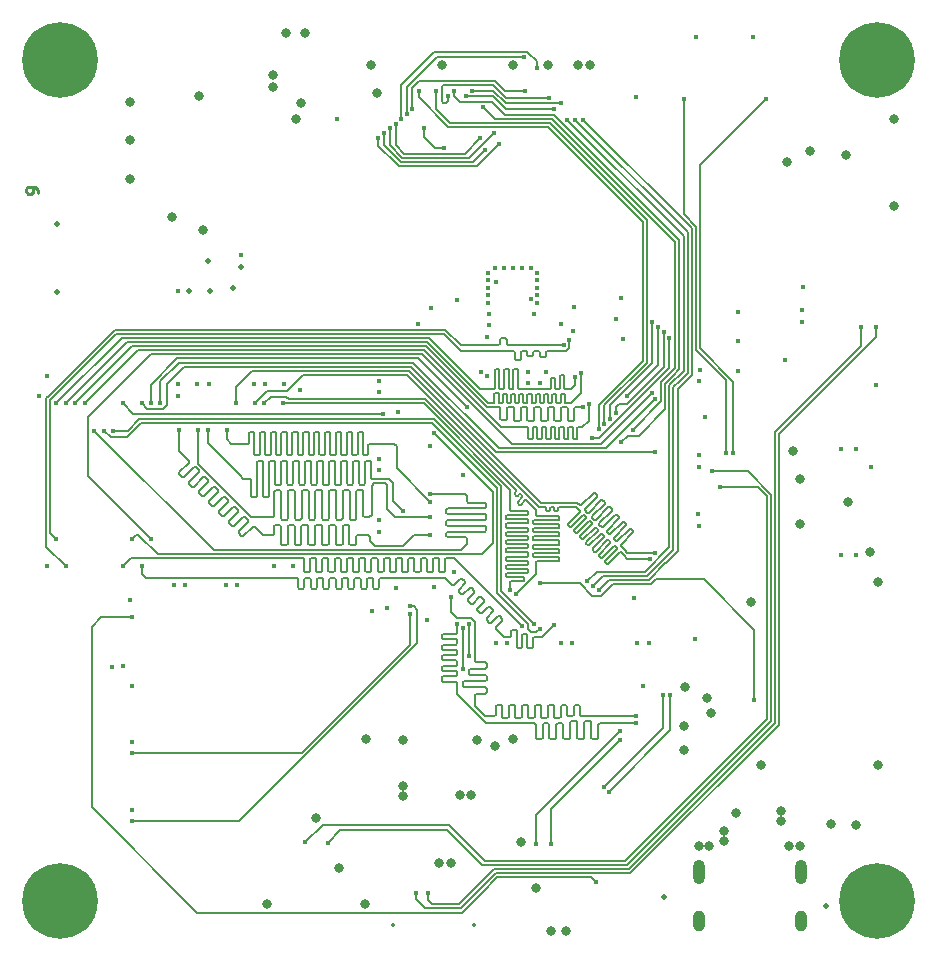
<source format=gbr>
%TF.GenerationSoftware,KiCad,Pcbnew,8.0.2*%
%TF.CreationDate,2024-07-15T20:50:26+07:00*%
%TF.ProjectId,chroma-pixel-h743,6368726f-6d61-42d7-9069-78656c2d6837,rev?*%
%TF.SameCoordinates,Original*%
%TF.FileFunction,Copper,L6,Bot*%
%TF.FilePolarity,Positive*%
%FSLAX46Y46*%
G04 Gerber Fmt 4.6, Leading zero omitted, Abs format (unit mm)*
G04 Created by KiCad (PCBNEW 8.0.2) date 2024-07-15 20:50:26*
%MOMM*%
%LPD*%
G01*
G04 APERTURE LIST*
%ADD10C,0.250000*%
%TA.AperFunction,NonConductor*%
%ADD11C,0.250000*%
%TD*%
%TA.AperFunction,ComponentPad*%
%ADD12C,0.800000*%
%TD*%
%TA.AperFunction,ComponentPad*%
%ADD13C,6.400000*%
%TD*%
%TA.AperFunction,ComponentPad*%
%ADD14O,1.000000X2.100000*%
%TD*%
%TA.AperFunction,ComponentPad*%
%ADD15O,1.000000X1.800000*%
%TD*%
%TA.AperFunction,ViaPad*%
%ADD16C,0.800000*%
%TD*%
%TA.AperFunction,ViaPad*%
%ADD17C,0.400000*%
%TD*%
%TA.AperFunction,ViaPad*%
%ADD18C,0.350000*%
%TD*%
%TA.AperFunction,ViaPad*%
%ADD19C,0.500000*%
%TD*%
%TA.AperFunction,Conductor*%
%ADD20C,0.150000*%
%TD*%
G04 APERTURE END LIST*
D10*
D11*
X107713780Y-62934139D02*
X107713780Y-62743663D01*
X107713780Y-62743663D02*
X107666161Y-62648425D01*
X107666161Y-62648425D02*
X107618542Y-62600806D01*
X107618542Y-62600806D02*
X107475685Y-62505568D01*
X107475685Y-62505568D02*
X107285209Y-62457949D01*
X107285209Y-62457949D02*
X106904257Y-62457949D01*
X106904257Y-62457949D02*
X106809019Y-62505568D01*
X106809019Y-62505568D02*
X106761400Y-62553187D01*
X106761400Y-62553187D02*
X106713780Y-62648425D01*
X106713780Y-62648425D02*
X106713780Y-62838901D01*
X106713780Y-62838901D02*
X106761400Y-62934139D01*
X106761400Y-62934139D02*
X106809019Y-62981758D01*
X106809019Y-62981758D02*
X106904257Y-63029377D01*
X106904257Y-63029377D02*
X107142352Y-63029377D01*
X107142352Y-63029377D02*
X107237590Y-62981758D01*
X107237590Y-62981758D02*
X107285209Y-62934139D01*
X107285209Y-62934139D02*
X107332828Y-62838901D01*
X107332828Y-62838901D02*
X107332828Y-62648425D01*
X107332828Y-62648425D02*
X107285209Y-62553187D01*
X107285209Y-62553187D02*
X107237590Y-62505568D01*
X107237590Y-62505568D02*
X107142352Y-62457949D01*
D12*
%TO.P,H3,1,1*%
%TO.N,GND*%
X181197300Y-122941100D03*
X180494356Y-124638156D03*
X180494356Y-121244044D03*
X178797300Y-125341100D03*
D13*
X178797300Y-122941100D03*
D12*
X178797300Y-120541100D03*
X177100244Y-124638156D03*
X177100244Y-121244044D03*
X176397300Y-122941100D03*
%TD*%
%TO.P,H4,1,1*%
%TO.N,GND*%
X111997300Y-122941100D03*
X111294356Y-124638156D03*
X111294356Y-121244044D03*
X109597300Y-125341100D03*
D13*
X109597300Y-122941100D03*
D12*
X109597300Y-120541100D03*
X107900244Y-124638156D03*
X107900244Y-121244044D03*
X107197300Y-122941100D03*
%TD*%
D14*
%TO.P,J4,S1,SHIELD*%
%TO.N,/MCU/SHIELD*%
X163651700Y-120426900D03*
D15*
X163651700Y-124626900D03*
D14*
X172291700Y-120426900D03*
D15*
X172291700Y-124626900D03*
%TD*%
D12*
%TO.P,H1,1,1*%
%TO.N,GND*%
X111997300Y-51741100D03*
X111294356Y-53438156D03*
X111294356Y-50044044D03*
X109597300Y-54141100D03*
D13*
X109597300Y-51741100D03*
D12*
X109597300Y-49341100D03*
X107900244Y-53438156D03*
X107900244Y-50044044D03*
X107197300Y-51741100D03*
%TD*%
%TO.P,H2,1,1*%
%TO.N,GND*%
X181197300Y-51741100D03*
X180494356Y-53438156D03*
X180494356Y-50044044D03*
X178797300Y-54141100D03*
D13*
X178797300Y-51741100D03*
D12*
X178797300Y-49341100D03*
X177100244Y-53438156D03*
X177100244Y-50044044D03*
X176397300Y-51741100D03*
%TD*%
D16*
%TO.N,GND*%
X176098200Y-59766200D03*
%TO.N,+3V3*%
X173050200Y-59410600D03*
%TO.N,VBAT*%
X171170600Y-60375800D03*
%TO.N,GND*%
X133172200Y-120091200D03*
D17*
X136575800Y-90694400D03*
D18*
X144602200Y-124942600D03*
D16*
X162483800Y-104775000D03*
X147940400Y-52171600D03*
X115493800Y-58521600D03*
D17*
X145846800Y-71005700D03*
D16*
X131292600Y-115900200D03*
X152425400Y-125425200D03*
X135407400Y-123190000D03*
X151155400Y-125425200D03*
D17*
X127687100Y-94589600D03*
X123607100Y-96189800D03*
D16*
X176987200Y-116459000D03*
D17*
X145923000Y-73177400D03*
D16*
X174904400Y-116408200D03*
D17*
X114960400Y-102997000D03*
X149428200Y-71907400D03*
X147967700Y-69342000D03*
X163703000Y-91135200D03*
X145846800Y-71647050D03*
D16*
X172213500Y-118289300D03*
D17*
X151968200Y-101041200D03*
X150012400Y-72288400D03*
X157097700Y-71882000D03*
X163753800Y-77952600D03*
X147199350Y-69342000D03*
D16*
X135940800Y-52171600D03*
D17*
X149758400Y-73177400D03*
D16*
X168910000Y-111429800D03*
X178206400Y-93395800D03*
D17*
X129287100Y-94589600D03*
X153085800Y-72612200D03*
D16*
X176309600Y-89140400D03*
D17*
X152984200Y-74650600D03*
X121207100Y-79146400D03*
X145846800Y-72288400D03*
X128574800Y-79178600D03*
D16*
X180187600Y-64058800D03*
X121361200Y-54762400D03*
X154482800Y-52171600D03*
D17*
X170967400Y-77089000D03*
X146431000Y-69342000D03*
X145846800Y-69723000D03*
D16*
X130022600Y-55346600D03*
D17*
X137302100Y-98069400D03*
D16*
X172237400Y-87223600D03*
D19*
X109296200Y-65582800D03*
D16*
X115519200Y-61747400D03*
X150940400Y-52171600D03*
X128752600Y-49453800D03*
D17*
X115671600Y-109448600D03*
D16*
X146439600Y-109760000D03*
D17*
X158953200Y-104749600D03*
D16*
X138667200Y-109302800D03*
X121691400Y-66116200D03*
X178866800Y-111429800D03*
D17*
X178638200Y-79222600D03*
X119207100Y-96189800D03*
X158470600Y-101041200D03*
D16*
X166854100Y-115495300D03*
D18*
X137795000Y-124942600D03*
D17*
X150012400Y-70364350D03*
X115671600Y-115214400D03*
D16*
X180187600Y-56743600D03*
D17*
X156692600Y-73660000D03*
X150012400Y-69723000D03*
D19*
X174425300Y-123367800D03*
D17*
X136601200Y-78897600D03*
X146507200Y-70510400D03*
D19*
X160705800Y-122581900D03*
D16*
X135466800Y-109175800D03*
X130352800Y-49453800D03*
D17*
X126007100Y-79146400D03*
D19*
X109296200Y-71323200D03*
D17*
X108487100Y-94589600D03*
X172440600Y-73863200D03*
X148736050Y-69342000D03*
D19*
X122097800Y-68725900D03*
D17*
X150012400Y-71005700D03*
D16*
X144890200Y-109252000D03*
D17*
X150012400Y-71647050D03*
X149504400Y-69342000D03*
D16*
X164542700Y-118289300D03*
D19*
X124208000Y-71018400D03*
D16*
X168122600Y-97637600D03*
D17*
X136017000Y-98323400D03*
X145897600Y-74168000D03*
X140970000Y-72720200D03*
X168249600Y-49784000D03*
X119608600Y-79178600D03*
X108487100Y-78486000D03*
X163728400Y-86131400D03*
X145846800Y-70364350D03*
D16*
X148615400Y-117906800D03*
X115519200Y-55295800D03*
X178841400Y-95910400D03*
D17*
X136575800Y-85464400D03*
D16*
X163679100Y-118289300D03*
X171349900Y-118289300D03*
D17*
X146481800Y-101041200D03*
D16*
X141935200Y-52171600D03*
X147963600Y-109226600D03*
X127152400Y-123190000D03*
D17*
X115493800Y-97409000D03*
X163474400Y-49784000D03*
D16*
X164668200Y-106975000D03*
X142722600Y-119710200D03*
D17*
%TO.N,Net-(C34-Pad1)*%
X158216600Y-97256600D03*
X141249000Y-96316800D03*
D16*
%TO.N,VDD*%
X144356800Y-113976400D03*
X127609600Y-53975000D03*
X119049800Y-65024000D03*
X127609600Y-52984400D03*
D19*
X124917200Y-69240400D03*
D16*
X143493200Y-113976400D03*
D17*
%TO.N,+3V3*%
X172491400Y-70942200D03*
D16*
X149885400Y-121843800D03*
D17*
X107772200Y-80138600D03*
D16*
X129565400Y-56667400D03*
D17*
X138023600Y-96424400D03*
X113969800Y-103124000D03*
X147447000Y-101041200D03*
X152933400Y-101041200D03*
X139903200Y-74059400D03*
X163347400Y-100736400D03*
X136575800Y-91654400D03*
D16*
X164338000Y-105689400D03*
D17*
X143230600Y-72059800D03*
X126967100Y-79146400D03*
D16*
X162458400Y-108077000D03*
D17*
X163728400Y-85191600D03*
X119608600Y-80138600D03*
X145719800Y-75133200D03*
X166954200Y-78028800D03*
X163626800Y-90170000D03*
X136601200Y-79857600D03*
X158343600Y-54864000D03*
D16*
X153441400Y-52171600D03*
X162458400Y-110109000D03*
X172237400Y-90982800D03*
D17*
X152044400Y-74041000D03*
X166954200Y-75539600D03*
D16*
X138665900Y-113189000D03*
X138665900Y-114052600D03*
D17*
X136575800Y-86424400D03*
X163728400Y-78917800D03*
D16*
X141706600Y-119710200D03*
D17*
X159435800Y-101041200D03*
X122167100Y-79146400D03*
X166954200Y-73025000D03*
D16*
X171653200Y-84785200D03*
X136423400Y-54483000D03*
D17*
X120167100Y-96189800D03*
X124567100Y-96189800D03*
X129899222Y-79628895D03*
X172440600Y-72901000D03*
%TO.N,/LCD/LCD_SPI_DAT*%
X137033000Y-57912000D03*
X145592800Y-59291200D03*
%TO.N,/LCD/LCD_SPI_CLK*%
X137515600Y-57505600D03*
X146329400Y-57867800D03*
%TO.N,/LCD/LCD_SPI_CS*%
X137995600Y-57099200D03*
X145184024Y-58341424D03*
%TO.N,/LCD/LCD_TP_INT*%
X154203400Y-95834200D03*
X152494576Y-56750624D03*
%TO.N,/LCD/LCD_TP_SCL*%
X155201583Y-96561211D03*
X153898600Y-56794400D03*
%TO.N,/LCD/LCD_TP_SDA*%
X154711400Y-96215200D03*
X153195978Y-56780274D03*
%TO.N,/LCD/LCD_R4*%
X139420600Y-55880000D03*
X148940400Y-54305200D03*
%TO.N,/LCD/LCD_R5*%
X156641820Y-81622520D03*
X160712400Y-74726800D03*
%TO.N,/LCD/LCD_RESET*%
X146786600Y-58816200D03*
X136550400Y-58293000D03*
%TO.N,/LCD/LCD_G7*%
X157604900Y-80162400D03*
X160238349Y-74358998D03*
%TO.N,/LCD/LCD_R6*%
X138470600Y-56700116D03*
X149936200Y-52349400D03*
%TO.N,/IO/STEMMA_SDA*%
X177371200Y-74283800D03*
X140710100Y-122250200D03*
%TO.N,/IO/STEMMA_SCL*%
X178641200Y-74283800D03*
X139710100Y-122250200D03*
%TO.N,/LCD/LCD_DE*%
X140440400Y-57449774D03*
X142113000Y-59157600D03*
%TO.N,/LCD/LCD_B6*%
X151437400Y-55862200D03*
X143947300Y-54737000D03*
%TO.N,/LCD/HSYNC*%
X141427200Y-54305200D03*
X155683800Y-82529806D03*
%TO.N,/LCD/LCD_B7*%
X144447300Y-54305200D03*
X151993600Y-55372000D03*
%TO.N,/LCD/LCD_B4*%
X142947300Y-54305200D03*
X157124400Y-84074000D03*
%TO.N,/LCD/LCD_B3*%
X142447300Y-54737000D03*
X150977600Y-54889400D03*
%TO.N,/LCD/LCD_CLK*%
X155208800Y-82981800D03*
X139940400Y-54305200D03*
%TO.N,/LCD/LCD_G6*%
X156158800Y-82105539D03*
X159740600Y-73914000D03*
%TO.N,/LCD/LCD_G3*%
X145440400Y-55720000D03*
X158079901Y-83002851D03*
%TO.N,/LCD/LCD_R7*%
X161188400Y-75209400D03*
X154659937Y-83749400D03*
%TO.N,/LCD/LCD_R3*%
X138945600Y-56261000D03*
X148844000Y-51485800D03*
D16*
%TO.N,VBUS*%
X170638700Y-116155700D03*
X170638700Y-115292100D03*
X165812700Y-117832100D03*
X165812700Y-116968500D03*
D17*
%TO.N,/LCD/LCD_BLK*%
X133070600Y-56667400D03*
X138176000Y-81534000D03*
%TO.N,/MCU/BOOT0*%
X115671600Y-104698800D03*
X164236400Y-81924400D03*
%TO.N,/MCU/BTN0*%
X115671600Y-110413800D03*
X139192000Y-98577400D03*
%TO.N,/MCU/BTN1*%
X139192000Y-97967800D03*
X115671600Y-116179600D03*
%TO.N,/IO/NRST*%
X143725400Y-86817200D03*
X115697000Y-98907600D03*
X154965400Y-121335800D03*
%TO.N,/IO/SWCLK*%
X156972000Y-109270800D03*
X151155400Y-118110000D03*
%TO.N,/IO/SWDIO*%
X156972000Y-108559600D03*
X149885400Y-118110000D03*
%TO.N,/MCU/SDRAM_ADD10*%
X140944600Y-88424400D03*
X112487100Y-83083400D03*
%TO.N,/MCU/SDRAM_DQ4*%
X140944600Y-89103200D03*
X123687100Y-83052000D03*
%TO.N,/MCU/SDRAM_DQ2*%
X159537400Y-93924400D03*
X126087100Y-80772000D03*
%TO.N,/MCU/SDRAM_DQ13*%
X143703800Y-99833572D03*
X143703800Y-103295036D03*
%TO.N,/MCU/SDRAM_DQ6*%
X121287100Y-83052000D03*
X140944600Y-90424400D03*
%TO.N,/MCU/SDRAM_ADD0*%
X154355800Y-80797400D03*
X111687100Y-80772000D03*
%TO.N,/MCU/SDRAM_DQ0*%
X128487100Y-80772000D03*
X147703800Y-96621600D03*
%TO.N,/MCU/SDRAM_ADD3*%
X153187400Y-78587600D03*
X109287100Y-80772000D03*
%TO.N,/MCU/SDRAM_DQ5*%
X138633200Y-89924400D03*
X122087100Y-83052000D03*
%TO.N,/MCU/SDRAM_DQ7*%
X140944600Y-91924400D03*
X119687100Y-83052000D03*
%TO.N,/MCU/SDRAM_DQ1*%
X126887100Y-80772000D03*
X148203800Y-96951800D03*
%TO.N,/MCU/SDRAM_DQ3*%
X124487100Y-80772000D03*
X159969200Y-93424400D03*
%TO.N,/MCU/SDRAM_DQ14*%
X144203800Y-99491800D03*
X144203800Y-102184200D03*
%TO.N,/MCU/SDRAM_ADD5*%
X110087100Y-94589600D03*
X152228800Y-75844400D03*
%TO.N,/MCU/SDRAM_ADD2*%
X153660100Y-78181200D03*
X110087100Y-80772000D03*
%TO.N,/MCU/SDRAM_ADD1*%
X153837344Y-81099400D03*
X110887100Y-80772000D03*
%TO.N,/MCU/SDRAM_ADD4*%
X109287100Y-92252800D03*
X152703800Y-75438000D03*
%TO.N,/MCU/LED_0*%
X166598600Y-84988400D03*
X169341800Y-55041800D03*
%TO.N,/MCU/LED_1*%
X165989000Y-84988400D03*
X162382200Y-55041800D03*
%TO.N,VBAT*%
X157226000Y-75311000D03*
%TO.N,/IO/DBG_USART_TX*%
X160655000Y-105460800D03*
X155625800Y-113258600D03*
%TO.N,/IO/DBG_USART_RX*%
X161264600Y-105460800D03*
X156050066Y-113682866D03*
%TO.N,/IO/EXT_RX*%
X130342600Y-117957600D03*
X165455600Y-87884000D03*
%TO.N,/IO/EXT_TX*%
X164770637Y-86538637D03*
X132242600Y-117983000D03*
%TO.N,/MEMORY/SD_DAT0*%
X158318200Y-107238800D03*
X142703800Y-97205800D03*
%TO.N,/MCU/SDRAM_ADD12*%
X114887100Y-94589600D03*
X148703800Y-99653545D03*
%TO.N,/MEMORY/SD_DAT1*%
X143205200Y-99466400D03*
X158318200Y-107873800D03*
%TO.N,/MEMORY/SD_CLK*%
X150228800Y-96012000D03*
X168351200Y-105892600D03*
%TO.N,/Audio/I2S_SD_MODE*%
X145706987Y-78494612D03*
X124891800Y-68249800D03*
%TO.N,/MEMORY/NOR_IO3*%
X175674600Y-84658200D03*
X150703800Y-78155800D03*
%TO.N,/MEMORY/NOR_DI(IO0)*%
X149199600Y-79077800D03*
X178214600Y-86131400D03*
%TO.N,/MEMORY/NOR_DO(IO1)*%
X175674600Y-93624400D03*
X149203800Y-78155800D03*
%TO.N,/MEMORY/NOR_IO2*%
X150203800Y-79077800D03*
X176944600Y-93624400D03*
%TO.N,/MEMORY/NOR_CLK*%
X140944600Y-84424400D03*
X176944600Y-84658200D03*
D19*
%TO.N,/Audio/I2S_CK*%
X120546500Y-71297800D03*
D17*
X142924639Y-95071039D03*
D19*
%TO.N,/Audio/I2S_SDO*%
X122301000Y-71297800D03*
D17*
X145211800Y-78155800D03*
%TO.N,/Audio/I2S_WS*%
X119546500Y-71297800D03*
X140639800Y-99085400D03*
%TO.N,/MCU/~{SDRAM_WE}*%
X117287100Y-80772000D03*
X144069264Y-81127136D03*
%TO.N,/MCU/~{SDRAM_CAS}*%
X159969200Y-84924400D03*
X116487100Y-80772000D03*
%TO.N,/MCU/SDRAM_CKE*%
X115687100Y-92252800D03*
X141249400Y-83312000D03*
%TO.N,/MCU/~{SDRAM_CS}*%
X136956800Y-81649400D03*
X114887100Y-80772000D03*
%TO.N,/MCU/SDRAM_BA0*%
X114087100Y-83083400D03*
X149703800Y-99466400D03*
%TO.N,/MCU/SDRAM_CLK*%
X151384000Y-99568000D03*
X116487100Y-94589600D03*
%TO.N,/MCU/SDRAM_LDQM*%
X159994600Y-80416400D03*
X118087100Y-80772000D03*
%TO.N,/MCU/SDRAM_BA1*%
X150203800Y-99847400D03*
X113287100Y-83083400D03*
%TO.N,/MCU/SDRAM_UDQM*%
X159729900Y-79877944D03*
X117287100Y-92252800D03*
%TD*%
D20*
%TO.N,/LCD/LCD_SPI_DAT*%
X137033000Y-57912000D02*
X137033000Y-58941026D01*
X144533600Y-60350400D02*
X145592800Y-59291200D01*
X138442374Y-60350400D02*
X144533600Y-60350400D01*
X137033000Y-58941026D02*
X138442374Y-60350400D01*
%TO.N,/LCD/LCD_SPI_CLK*%
X137515600Y-57505600D02*
X137515600Y-58928652D01*
X138569548Y-59982600D02*
X144214600Y-59982600D01*
X144214600Y-59982600D02*
X146329400Y-57867800D01*
X137515600Y-58928652D02*
X138569548Y-59982600D01*
%TO.N,/LCD/LCD_SPI_CS*%
X138714522Y-59632600D02*
X137995600Y-58913678D01*
X137995600Y-58913678D02*
X137995600Y-57099200D01*
X145184024Y-58341424D02*
X143892848Y-59632600D01*
X143892848Y-59632600D02*
X138714522Y-59632600D01*
%TO.N,/LCD/LCD_TP_INT*%
X155016200Y-95021400D02*
X159112152Y-95021400D01*
X161169600Y-79266800D02*
X162376600Y-78059800D01*
X161169600Y-92963952D02*
X161169600Y-79266800D01*
X159112152Y-95021400D02*
X161169600Y-92963952D01*
X162376600Y-78059800D02*
X162376600Y-66632648D01*
X154203400Y-95834200D02*
X155016200Y-95021400D01*
X162376600Y-66632648D02*
X152494576Y-56750624D01*
%TO.N,/LCD/LCD_TP_SCL*%
X161869600Y-79556748D02*
X163076600Y-78349748D01*
X159459374Y-95721400D02*
X160838987Y-94341787D01*
X160921376Y-94259399D02*
X161869600Y-93311175D01*
X161869600Y-93311175D02*
X161869600Y-79556748D01*
X163076600Y-78349748D02*
X163076600Y-65972400D01*
X163076600Y-65972400D02*
X153898600Y-56794400D01*
X155201583Y-96561211D02*
X156041394Y-95721400D01*
X160838987Y-94341787D02*
X160921376Y-94259399D01*
X156041394Y-95721400D02*
X159459374Y-95721400D01*
%TO.N,/LCD/LCD_TP_SDA*%
X162726600Y-78204775D02*
X162726600Y-66310896D01*
X162045487Y-78885887D02*
X162045488Y-78885887D01*
X161519600Y-93166200D02*
X161519600Y-79411774D01*
X161519600Y-79411774D02*
X162045487Y-78885887D01*
X155555200Y-95371400D02*
X159314400Y-95371400D01*
X162045488Y-78885887D02*
X162726600Y-78204775D01*
X154711400Y-96215200D02*
X155555200Y-95371400D01*
X162726600Y-66310896D02*
X153195978Y-56780274D01*
X159314400Y-95371400D02*
X161519600Y-93166200D01*
%TO.N,/LCD/LCD_R4*%
X139420600Y-54051200D02*
X139420600Y-55880000D01*
X148940400Y-54305200D02*
X147243148Y-54305200D01*
X147243148Y-54305200D02*
X146418148Y-53480200D01*
X139991600Y-53480200D02*
X139420600Y-54051200D01*
X146418148Y-53480200D02*
X139991600Y-53480200D01*
%TO.N,/LCD/LCD_R5*%
X157616252Y-80822800D02*
X160712400Y-77726652D01*
X160712400Y-77726652D02*
X160712400Y-74726800D01*
X156641820Y-81622520D02*
X156641820Y-81127580D01*
X156641820Y-81127580D02*
X156946600Y-80822800D01*
X156946600Y-80822800D02*
X157616252Y-80822800D01*
%TO.N,/LCD/LCD_RESET*%
X138092374Y-60495375D02*
X138297399Y-60700400D01*
X138297399Y-60700400D02*
X144902400Y-60700400D01*
X144902400Y-60700400D02*
X146786600Y-58816200D01*
X136550400Y-58953400D02*
X138092374Y-60495375D01*
X136550400Y-58293000D02*
X136550400Y-58953400D01*
%TO.N,/LCD/LCD_G7*%
X160237400Y-74359947D02*
X160238349Y-74358998D01*
X160237400Y-77529900D02*
X160237400Y-74359947D01*
X157604900Y-80162400D02*
X160237400Y-77529900D01*
%TO.N,/LCD/LCD_R6*%
X149936200Y-51790600D02*
X149156400Y-51010800D01*
X149936200Y-52349400D02*
X149936200Y-51790600D01*
X141292600Y-51010800D02*
X138470600Y-53832800D01*
X138470600Y-53832800D02*
X138470600Y-56700116D01*
X149156400Y-51010800D02*
X141292600Y-51010800D01*
%TO.N,/IO/STEMMA_SDA*%
X140710100Y-122828500D02*
X141077200Y-123195600D01*
X177371200Y-75956025D02*
X177371200Y-74283800D01*
X143352000Y-123195600D02*
X146100801Y-120446800D01*
X146323801Y-120223800D02*
X157741426Y-120223800D01*
X146100801Y-120446800D02*
X146323801Y-120223800D01*
X170134800Y-83192425D02*
X177371200Y-75956025D01*
X170134800Y-107830426D02*
X170134800Y-83192425D01*
X141077200Y-123195600D02*
X143352000Y-123195600D01*
X157741426Y-120223800D02*
X170134800Y-107830426D01*
X140710100Y-122250200D02*
X140710100Y-122828500D01*
%TO.N,/IO/STEMMA_SCL*%
X178641200Y-74283800D02*
X178641200Y-75181000D01*
X170484800Y-107975400D02*
X157886400Y-120573800D01*
X157886400Y-120573800D02*
X146468775Y-120573800D01*
X146468775Y-120573800D02*
X143496975Y-123545600D01*
X143496975Y-123545600D02*
X140512800Y-123545600D01*
X178641200Y-75181000D02*
X170484800Y-83337400D01*
X139710100Y-122742900D02*
X139710100Y-122250200D01*
X140512800Y-123545600D02*
X139710100Y-122742900D01*
X170484800Y-83337400D02*
X170484800Y-107975400D01*
%TO.N,/LCD/LCD_DE*%
X142113000Y-59157600D02*
X141352000Y-59157600D01*
X141352000Y-59157600D02*
X140440400Y-58246000D01*
X140440400Y-58246000D02*
X140440400Y-57449774D01*
%TO.N,/LCD/LCD_B6*%
X143990500Y-54780200D02*
X143947300Y-54737000D01*
X146232574Y-54780200D02*
X143990500Y-54780200D01*
X147314574Y-55862200D02*
X146232574Y-54780200D01*
X151437400Y-55862200D02*
X147314574Y-55862200D01*
%TO.N,/LCD/HSYNC*%
X151048200Y-57042800D02*
X142602374Y-57042800D01*
X155683800Y-80916774D02*
X159265600Y-77334974D01*
X159265600Y-65260200D02*
X151048200Y-57042800D01*
X159265600Y-77334974D02*
X159265600Y-65260200D01*
X141427200Y-55867626D02*
X141427200Y-54305200D01*
X155683800Y-82529806D02*
X155683800Y-80916774D01*
X142602374Y-57042800D02*
X141427200Y-55867626D01*
%TO.N,/LCD/LCD_B7*%
X146253200Y-54305200D02*
X147335200Y-55387200D01*
X144447300Y-54305200D02*
X146253200Y-54305200D01*
X147335200Y-55387200D02*
X151978400Y-55387200D01*
X151978400Y-55387200D02*
X151993600Y-55372000D01*
%TO.N,/LCD/LCD_B4*%
X142947300Y-54733100D02*
X142947300Y-54305200D01*
X161478349Y-78447692D02*
X162026600Y-77899441D01*
X160819600Y-79106440D02*
X161478348Y-78447692D01*
X151409400Y-56337200D02*
X147294600Y-56337200D01*
X157657800Y-83540600D02*
X158572200Y-83540600D01*
X157124400Y-84074000D02*
X157657800Y-83540600D01*
X162026600Y-66954400D02*
X151409400Y-56337200D01*
X146202400Y-55245000D02*
X143459200Y-55245000D01*
X160819600Y-81293200D02*
X160819600Y-79106440D01*
X161478348Y-78447692D02*
X161478349Y-78447692D01*
X143459200Y-55245000D02*
X142947300Y-54733100D01*
X162026600Y-77899441D02*
X162026600Y-66954400D01*
X158572200Y-83540600D02*
X160819600Y-81293200D01*
X147294600Y-56337200D02*
X146202400Y-55245000D01*
%TO.N,/LCD/LCD_B3*%
X142290800Y-55321200D02*
X142447300Y-55164700D01*
X146273174Y-53830200D02*
X142054600Y-53830200D01*
X142036800Y-55321200D02*
X142290800Y-55321200D01*
X141902200Y-55186600D02*
X142036800Y-55321200D01*
X147332374Y-54889400D02*
X146273174Y-53830200D01*
X141902200Y-53982600D02*
X141902200Y-55186600D01*
X142054600Y-53830200D02*
X141902200Y-53982600D01*
X150977600Y-54889400D02*
X147332374Y-54889400D01*
X142447300Y-55164700D02*
X142447300Y-54737000D01*
%TO.N,/LCD/LCD_CLK*%
X158915600Y-65418200D02*
X150890200Y-57392800D01*
X150890200Y-57392800D02*
X142457400Y-57392800D01*
X155208800Y-82981800D02*
X155208800Y-80896800D01*
X155208800Y-80896800D02*
X158915600Y-77190000D01*
X142457400Y-57392800D02*
X139940400Y-54875800D01*
X158915600Y-77190000D02*
X158915600Y-65418200D01*
X139940400Y-54875800D02*
X139940400Y-54305200D01*
%TO.N,/LCD/LCD_G6*%
X159740600Y-77354948D02*
X159740600Y-73914000D01*
X156158800Y-80936748D02*
X159740600Y-77354948D01*
X156158800Y-82105539D02*
X156158800Y-80936748D01*
%TO.N,/LCD/LCD_G3*%
X161663400Y-77767667D02*
X161663400Y-67124600D01*
X151231600Y-56692800D02*
X146413200Y-56692800D01*
X160469600Y-78961467D02*
X161663400Y-77767667D01*
X158079901Y-83002851D02*
X160469600Y-80613152D01*
X161663400Y-67124600D02*
X151231600Y-56692800D01*
X160469600Y-80613152D02*
X160469600Y-78961467D01*
X146413200Y-56692800D02*
X145440400Y-55720000D01*
%TO.N,/LCD/LCD_R7*%
X161188400Y-77747692D02*
X155186692Y-83749400D01*
X155186692Y-83749400D02*
X154659937Y-83749400D01*
X161188400Y-75209400D02*
X161188400Y-77747692D01*
%TO.N,/LCD/LCD_R3*%
X138945600Y-54031226D02*
X138945600Y-56261000D01*
X148844000Y-51485800D02*
X141491026Y-51485800D01*
X141491026Y-51485800D02*
X138945600Y-54031226D01*
%TO.N,/MCU/BTN0*%
X139192000Y-98577400D02*
X139192000Y-101257426D01*
X139192000Y-101257426D02*
X130035626Y-110413800D01*
X130035626Y-110413800D02*
X115671600Y-110413800D01*
%TO.N,/MCU/BTN1*%
X115671600Y-116179600D02*
X124764800Y-116179600D01*
X124764800Y-116179600D02*
X139852400Y-101092000D01*
X139852400Y-98247200D02*
X139573000Y-97967800D01*
X139852400Y-101092000D02*
X139852400Y-98247200D01*
X139573000Y-97967800D02*
X139192000Y-97967800D01*
%TO.N,/IO/NRST*%
X121203200Y-123895600D02*
X143641950Y-123895600D01*
X143641950Y-123895600D02*
X143846975Y-123690575D01*
X115697000Y-98907600D02*
X113080800Y-98907600D01*
X154553400Y-120923800D02*
X154965400Y-121335800D01*
X145287674Y-122249875D02*
X146613749Y-120923800D01*
X146613749Y-120923800D02*
X154553400Y-120923800D01*
X112293400Y-99695000D02*
X112293400Y-114985800D01*
X112293400Y-114985800D02*
X121203200Y-123895600D01*
X113080800Y-98907600D02*
X112293400Y-99695000D01*
X143846975Y-123690575D02*
X145287674Y-122249875D01*
%TO.N,/IO/SWCLK*%
X156972000Y-109270800D02*
X151155400Y-115087400D01*
X151155400Y-115087400D02*
X151155400Y-118110000D01*
%TO.N,/IO/SWDIO*%
X149885400Y-118110000D02*
X149885400Y-115646200D01*
X149885400Y-115646200D02*
X156972000Y-108559600D01*
%TO.N,/MCU/SDRAM_ADD10*%
X142398686Y-91639400D02*
X145567521Y-91639400D01*
X144033100Y-88696800D02*
X144033100Y-88588800D01*
X142300686Y-92031400D02*
X142300686Y-91737400D01*
X142398699Y-90169400D02*
X142300699Y-90071400D01*
X144033100Y-88588800D02*
X143868700Y-88424400D01*
X122590700Y-93187000D02*
X143566400Y-93187000D01*
X142300699Y-90071400D02*
X142300699Y-89777400D01*
X143566400Y-93187000D02*
X144033100Y-92720300D01*
X145567508Y-90169400D02*
X142398699Y-90169400D01*
X144131100Y-89189400D02*
X144033100Y-89091400D01*
X144033100Y-92720300D02*
X144033100Y-92227400D01*
X145665521Y-89581400D02*
X145665521Y-89287400D01*
X144033100Y-89091400D02*
X144033100Y-88696800D01*
X143935100Y-92129400D02*
X142398686Y-92129400D01*
X142300686Y-91737400D02*
X142398686Y-91639400D01*
X145567521Y-89189400D02*
X144131100Y-89189400D01*
X145665521Y-91247400D02*
X145567521Y-91149400D01*
X142300699Y-89777400D02*
X142398699Y-89679400D01*
X145665521Y-91541400D02*
X145665521Y-91247400D01*
X145665508Y-90267400D02*
X145567508Y-90169400D01*
X145567508Y-90659400D02*
X145665508Y-90561400D01*
X142398686Y-90659400D02*
X145567508Y-90659400D01*
X144033100Y-92227400D02*
X143935100Y-92129400D01*
X145567521Y-89679400D02*
X145665521Y-89581400D01*
X145665508Y-90561400D02*
X145665508Y-90267400D01*
X145567521Y-91639400D02*
X145665521Y-91541400D01*
X142300686Y-91051400D02*
X142300686Y-90757400D01*
X142398686Y-92129400D02*
X142300686Y-92031400D01*
X145567521Y-91149400D02*
X142398686Y-91149400D01*
X143868700Y-88424400D02*
X140944600Y-88424400D01*
X112487100Y-83083400D02*
X122590700Y-93187000D01*
X142300686Y-90757400D02*
X142398686Y-90659400D01*
X142398686Y-91149400D02*
X142300686Y-91051400D01*
X145665521Y-89287400D02*
X145567521Y-89189400D01*
X142398699Y-89679400D02*
X145567521Y-89679400D01*
%TO.N,/MCU/SDRAM_DQ4*%
X134316400Y-85095030D02*
X134316400Y-83294170D01*
X133396400Y-83294170D02*
X133304400Y-83202170D01*
X135788400Y-84194600D02*
X135696400Y-84286600D01*
X128336400Y-85095018D02*
X128244400Y-85187018D01*
X128796400Y-83294182D02*
X128704400Y-83202182D01*
X134776400Y-83294170D02*
X134776400Y-85095030D01*
X134868400Y-83202170D02*
X134776400Y-83294170D01*
X134316400Y-83294170D02*
X134224400Y-83202170D01*
X126956400Y-83294182D02*
X126864400Y-83202182D01*
X128244400Y-85187018D02*
X127968400Y-85187018D01*
X129256400Y-83294182D02*
X129256400Y-85095018D01*
X127876400Y-83294182D02*
X127784400Y-83202182D01*
X132476400Y-83294182D02*
X132384400Y-83202182D01*
X135144400Y-83202170D02*
X134868400Y-83202170D01*
X125668400Y-83202194D02*
X125576400Y-83294194D01*
X125576400Y-83294194D02*
X125576400Y-84102600D01*
X127048400Y-85187030D02*
X126956400Y-85095030D01*
X132936400Y-85095030D02*
X132844400Y-85187030D01*
X135696400Y-84286600D02*
X135696400Y-85095030D01*
X131096400Y-85095018D02*
X131004400Y-85187018D01*
X129624400Y-83202182D02*
X129348400Y-83202182D01*
X127508400Y-83202182D02*
X127416400Y-83294182D01*
X129164400Y-85187018D02*
X128888400Y-85187018D01*
X128796400Y-85095018D02*
X128796400Y-83294182D01*
X125069600Y-84194600D02*
X124043300Y-84194600D01*
X132844400Y-85187030D02*
X132568400Y-85187030D01*
X128336400Y-83294182D02*
X128336400Y-85095018D01*
X134776400Y-85095030D02*
X134684400Y-85187030D01*
X132384400Y-83202182D02*
X132108400Y-83202182D01*
X128704400Y-83202182D02*
X128428400Y-83202182D01*
X125484400Y-84194600D02*
X125069600Y-84194600D01*
X134224400Y-83202170D02*
X133948400Y-83202170D01*
X128888400Y-85187018D02*
X128796400Y-85095018D01*
X131188400Y-83202182D02*
X131096400Y-83294182D01*
X131464400Y-83202182D02*
X131188400Y-83202182D01*
X127876400Y-85095018D02*
X127876400Y-83294182D01*
X126496400Y-83294182D02*
X126496400Y-85095018D01*
X129256400Y-85095018D02*
X129164400Y-85187018D01*
X131096400Y-83294182D02*
X131096400Y-85095018D01*
X133948400Y-83202170D02*
X133856400Y-83294170D01*
X133764400Y-85187030D02*
X133488400Y-85187030D01*
X126956400Y-85095030D02*
X126956400Y-83294182D01*
X132568400Y-85187030D02*
X132476400Y-85095030D01*
X132936400Y-83294170D02*
X132936400Y-85095030D01*
X130728400Y-85187018D02*
X130636400Y-85095018D01*
X126404400Y-85187018D02*
X126128400Y-85187018D01*
X137886300Y-84194600D02*
X135788400Y-84194600D01*
X135328400Y-85187030D02*
X135236400Y-85095030D01*
X131556400Y-83294182D02*
X131464400Y-83202182D01*
X126496400Y-85095018D02*
X126404400Y-85187018D01*
X138114900Y-86273500D02*
X138114900Y-84423200D01*
X133856400Y-83294170D02*
X133856400Y-85095030D01*
X140944600Y-89103200D02*
X138114900Y-86273500D01*
X138114900Y-84423200D02*
X137886300Y-84194600D01*
X133856400Y-85095030D02*
X133764400Y-85187030D01*
X127968400Y-85187018D02*
X127876400Y-85095018D01*
X133396400Y-85095030D02*
X133396400Y-83294170D01*
X128428400Y-83202182D02*
X128336400Y-83294182D01*
X134408400Y-85187030D02*
X134316400Y-85095030D01*
X129348400Y-83202182D02*
X129256400Y-83294182D01*
X135696400Y-85095030D02*
X135604400Y-85187030D01*
X125576400Y-84102600D02*
X125484400Y-84194600D01*
X134684400Y-85187030D02*
X134408400Y-85187030D01*
X126128400Y-85187018D02*
X126036400Y-85095018D01*
X135604400Y-85187030D02*
X135328400Y-85187030D01*
X130176400Y-83294182D02*
X130176400Y-85095030D01*
X129716400Y-85095030D02*
X129716400Y-83294182D01*
X132016400Y-83294182D02*
X132016400Y-85095018D01*
X129716400Y-83294182D02*
X129624400Y-83202182D01*
X125944400Y-83202194D02*
X125668400Y-83202194D01*
X133488400Y-85187030D02*
X133396400Y-85095030D01*
X123687100Y-83838400D02*
X123687100Y-83052000D01*
X130084400Y-85187030D02*
X129808400Y-85187030D01*
X126036400Y-85095018D02*
X126036400Y-83294194D01*
X127324400Y-85187030D02*
X127048400Y-85187030D01*
X127416400Y-83294182D02*
X127416400Y-85095030D01*
X132108400Y-83202182D02*
X132016400Y-83294182D01*
X130636400Y-83294182D02*
X130544400Y-83202182D01*
X130544400Y-83202182D02*
X130268400Y-83202182D01*
X130176400Y-85095030D02*
X130084400Y-85187030D01*
X127416400Y-85095030D02*
X127324400Y-85187030D01*
X130636400Y-85095018D02*
X130636400Y-83294182D01*
X133304400Y-83202170D02*
X133028400Y-83202170D01*
X130268400Y-83202182D02*
X130176400Y-83294182D01*
X129808400Y-85187030D02*
X129716400Y-85095030D01*
X126864400Y-83202182D02*
X126588400Y-83202182D01*
X131556400Y-85095018D02*
X131556400Y-83294182D01*
X126036400Y-83294194D02*
X125944400Y-83202194D01*
X133028400Y-83202170D02*
X132936400Y-83294170D01*
X132476400Y-85095030D02*
X132476400Y-83294182D01*
X131924400Y-85187018D02*
X131648400Y-85187018D01*
X124043300Y-84194600D02*
X123687100Y-83838400D01*
X135236400Y-83294170D02*
X135144400Y-83202170D01*
X126588400Y-83202182D02*
X126496400Y-83294182D01*
X131648400Y-85187018D02*
X131556400Y-85095018D01*
X132016400Y-85095018D02*
X131924400Y-85187018D01*
X127784400Y-83202182D02*
X127508400Y-83202182D01*
X135236400Y-85095030D02*
X135236400Y-83294170D01*
X131004400Y-85187018D02*
X130728400Y-85187018D01*
%TO.N,/MCU/SDRAM_DQ2*%
X157310744Y-93623818D02*
X157611326Y-93924400D01*
X155665141Y-91978215D02*
X155665141Y-92082866D01*
X153630074Y-92129548D02*
X153787051Y-92286525D01*
X128778000Y-79756000D02*
X130149600Y-78384400D01*
X154833569Y-93333043D02*
X154938221Y-93333043D01*
X151137400Y-89566553D02*
X151347400Y-89566553D01*
X153572105Y-89989830D02*
X152583547Y-90978387D01*
X154356992Y-90774717D02*
X154461644Y-90774717D01*
X155141882Y-91454956D02*
X155141882Y-91559607D01*
X152583547Y-90978387D02*
X152583547Y-91083039D01*
X151067400Y-89796553D02*
X151067400Y-89636553D01*
X157611326Y-93924400D02*
X159537400Y-93924400D01*
X155199851Y-93594673D02*
X155199851Y-93699325D01*
X150167347Y-89566553D02*
X150647400Y-89566553D01*
X154676592Y-93071414D02*
X154676592Y-93176066D01*
X151837400Y-89566553D02*
X152527000Y-89566553D01*
X156188400Y-92606125D02*
X155199851Y-93594673D01*
X152740524Y-91240016D02*
X152845176Y-91240016D01*
X157234918Y-93547992D02*
X157310744Y-93623818D01*
X153253479Y-89566553D02*
X153572105Y-89885179D01*
X154095364Y-90513089D02*
X153106806Y-91501646D01*
X156711659Y-93024733D02*
X156711659Y-93129384D01*
X154984903Y-91297976D02*
X155141882Y-91454956D01*
X153106806Y-91606298D02*
X153263783Y-91763275D01*
X151767400Y-89796553D02*
X151767400Y-89636553D01*
X153106806Y-91501646D02*
X153106806Y-91606298D01*
X156711659Y-93129384D02*
X155723110Y-94117932D01*
X155926769Y-92344494D02*
X156031421Y-92344494D01*
X155199851Y-93699325D02*
X155356828Y-93856302D01*
X138985194Y-78384400D02*
X150167347Y-89566553D01*
X150717400Y-89636553D02*
X150717400Y-89796553D01*
X150647400Y-89566553D02*
X150717400Y-89636553D01*
X155723110Y-94222584D02*
X155880087Y-94379561D01*
X155141882Y-91559607D02*
X154153324Y-92548164D01*
X155403510Y-91821235D02*
X155508162Y-91821235D01*
X151067400Y-89636553D02*
X151137400Y-89566553D01*
X153891703Y-92286525D02*
X154880251Y-91297976D01*
X151697400Y-89866553D02*
X151767400Y-89796553D01*
X153787051Y-92286525D02*
X153891703Y-92286525D01*
X155665141Y-92082866D02*
X154676592Y-93071414D01*
X155356828Y-93856302D02*
X155461480Y-93856302D01*
X127103100Y-79756000D02*
X128778000Y-79756000D01*
X151487400Y-89866553D02*
X151697400Y-89866553D01*
X153833733Y-90251458D02*
X153938385Y-90251458D01*
X153938385Y-90251458D02*
X154095364Y-90408438D01*
X154618623Y-90931697D02*
X154618623Y-91036348D01*
X154461644Y-90774717D02*
X154618623Y-90931697D01*
X151347400Y-89566553D02*
X151417400Y-89636553D01*
X153630074Y-92024896D02*
X153630074Y-92129548D01*
X150787400Y-89866553D02*
X150997400Y-89866553D01*
X156031421Y-92344494D02*
X156188400Y-92501474D01*
X155508162Y-91821235D02*
X155665141Y-91978215D01*
X126087100Y-80772000D02*
X127103100Y-79756000D01*
X156450028Y-92867753D02*
X156554680Y-92867753D01*
X154880251Y-91297976D02*
X154984903Y-91297976D01*
X130149600Y-78384400D02*
X138985194Y-78384400D01*
X154153324Y-92548164D02*
X154153324Y-92652816D01*
X155984739Y-94379561D02*
X156973287Y-93391012D01*
X153368435Y-91763275D02*
X154356992Y-90774717D01*
X154310301Y-92809793D02*
X154414953Y-92809793D01*
X154095364Y-90408438D02*
X154095364Y-90513089D01*
X150717400Y-89796553D02*
X150787400Y-89866553D01*
X155461480Y-93856302D02*
X156450028Y-92867753D01*
X156554680Y-92867753D02*
X156711659Y-93024733D01*
X156188400Y-92501474D02*
X156188400Y-92606125D01*
X155880087Y-94379561D02*
X155984739Y-94379561D01*
X154676592Y-93176066D02*
X154833569Y-93333043D01*
X155723110Y-94117932D02*
X155723110Y-94222584D01*
X154618623Y-91036348D02*
X153630074Y-92024896D01*
X152845176Y-91240016D02*
X153833733Y-90251458D01*
X157077939Y-93391012D02*
X157234918Y-93547992D01*
X150997400Y-89866553D02*
X151067400Y-89796553D01*
X154938221Y-93333043D02*
X155926769Y-92344494D01*
X156973287Y-93391012D02*
X157077939Y-93391012D01*
X151417400Y-89636553D02*
X151417400Y-89796553D01*
X152583547Y-91083039D02*
X152740524Y-91240016D01*
X151417400Y-89796553D02*
X151487400Y-89866553D01*
X152527000Y-89566553D02*
X153253479Y-89566553D01*
X151767400Y-89636553D02*
X151837400Y-89566553D01*
X154414953Y-92809793D02*
X155403510Y-91821235D01*
X153572105Y-89885179D02*
X153572105Y-89989830D01*
X153263783Y-91763275D02*
X153368435Y-91763275D01*
X154153324Y-92652816D02*
X154310301Y-92809793D01*
%TO.N,/MCU/SDRAM_DQ13*%
X143703800Y-99833572D02*
X143703800Y-103295036D01*
%TO.N,/MCU/SDRAM_DQ6*%
X137236200Y-89738200D02*
X137236200Y-87680800D01*
X132482972Y-88104173D02*
X132366972Y-88220173D01*
X134106972Y-88220173D02*
X133990972Y-88104173D01*
X132946972Y-90532073D02*
X132946972Y-88220173D01*
X121287100Y-85933548D02*
X121287100Y-83052000D01*
X133642972Y-88104173D02*
X133526972Y-88220173D01*
X131206972Y-90532065D02*
X131099308Y-90639729D01*
X131322972Y-88104173D02*
X131206972Y-88220173D01*
X134570972Y-90694624D02*
X134222972Y-90694624D01*
X131786972Y-90532073D02*
X131786972Y-88220173D01*
X130046972Y-90532073D02*
X129939300Y-90639745D01*
X130162972Y-88104173D02*
X130046972Y-88220173D01*
X132830972Y-88104173D02*
X132482972Y-88104173D01*
X130626972Y-90532065D02*
X130626972Y-88220173D01*
X128786972Y-90624400D02*
X128406972Y-90624400D01*
X135150972Y-88104173D02*
X134802972Y-88104173D01*
X131670972Y-88104173D02*
X131322972Y-88104173D01*
X128886972Y-90524400D02*
X128786972Y-90624400D01*
X134686972Y-90578624D02*
X134570972Y-90694624D01*
X131206972Y-88220173D02*
X131206972Y-90532065D01*
X133990972Y-88104173D02*
X133642972Y-88104173D01*
X134222972Y-90694624D02*
X134106972Y-90578624D01*
X137922400Y-90424400D02*
X137236200Y-89738200D01*
X129466972Y-90532073D02*
X129466972Y-88220173D01*
X140944600Y-90424400D02*
X137922400Y-90424400D01*
X127726972Y-88259337D02*
X127726972Y-90308400D01*
X128190972Y-88143337D02*
X127842972Y-88143337D01*
X135382972Y-90424400D02*
X135266972Y-90308400D01*
X133419300Y-90639745D02*
X133054644Y-90639745D01*
X128306972Y-90524400D02*
X128306972Y-88259337D01*
X134686972Y-88220173D02*
X134686972Y-90578624D01*
X134106972Y-90578624D02*
X134106972Y-88220173D01*
X131894644Y-90639745D02*
X131786972Y-90532073D01*
X130510972Y-88104173D02*
X130162972Y-88104173D01*
X128406972Y-90624400D02*
X128306972Y-90524400D01*
X128306972Y-88259337D02*
X128190972Y-88143337D01*
X132366972Y-90532073D02*
X132259300Y-90639745D01*
X132366972Y-88220173D02*
X132366972Y-90532073D01*
X126291484Y-90424400D02*
X125777952Y-90424400D01*
X129002972Y-88104173D02*
X128886972Y-88220173D01*
X125777952Y-90424400D02*
X121287100Y-85933548D01*
X133526972Y-88220173D02*
X133526972Y-90532073D01*
X137097200Y-87541800D02*
X136206800Y-87541800D01*
X130734636Y-90639729D02*
X130626972Y-90532065D01*
X133054644Y-90639745D02*
X132946972Y-90532073D01*
X129939300Y-90639745D02*
X129574644Y-90639745D01*
X135737200Y-90424400D02*
X135382972Y-90424400D01*
X127842972Y-88143337D02*
X127726972Y-88259337D01*
X134802972Y-88104173D02*
X134686972Y-88220173D01*
X135266972Y-88220173D02*
X135150972Y-88104173D01*
X136206800Y-87541800D02*
X135966200Y-87782400D01*
X129574644Y-90639745D02*
X129466972Y-90532073D01*
X135966200Y-90195400D02*
X135737200Y-90424400D01*
X132946972Y-88220173D02*
X132830972Y-88104173D01*
X131099308Y-90639729D02*
X130734636Y-90639729D01*
X135266972Y-90308400D02*
X135266972Y-88220173D01*
X133526972Y-90532073D02*
X133419300Y-90639745D01*
X127726972Y-90308400D02*
X127610972Y-90424400D01*
X128886972Y-88220173D02*
X128886972Y-90524400D01*
X129350972Y-88104173D02*
X129002972Y-88104173D01*
X127610972Y-90424400D02*
X126291484Y-90424400D01*
X130046972Y-88220173D02*
X130046972Y-90532073D01*
X137236200Y-87680800D02*
X137097200Y-87541800D01*
X132259300Y-90639745D02*
X131894644Y-90639745D01*
X129466972Y-88220173D02*
X129350972Y-88104173D01*
X131786972Y-88220173D02*
X131670972Y-88104173D01*
X135966200Y-87782400D02*
X135966200Y-90195400D01*
X130626972Y-88220173D02*
X130510972Y-88104173D01*
%TO.N,/MCU/SDRAM_ADD0*%
X150660256Y-82797600D02*
X150432256Y-82797600D01*
X147296966Y-82797600D02*
X146906454Y-82797600D01*
X149216256Y-82873600D02*
X149140256Y-82797600D01*
X149596256Y-82873600D02*
X149596256Y-83721147D01*
X149596256Y-83721147D02*
X149520256Y-83797147D01*
X153803400Y-82797600D02*
X153472256Y-82797600D01*
X153320256Y-83797135D02*
X153092256Y-83797135D01*
X149140256Y-82797600D02*
X147296966Y-82797600D01*
X152712256Y-82797600D02*
X152636256Y-82873600D01*
X151116256Y-82873600D02*
X151116256Y-83721135D01*
X152180256Y-82797600D02*
X151952256Y-82797600D01*
X153092256Y-83797135D02*
X153016256Y-83721135D01*
X151192256Y-82797600D02*
X151116256Y-82873600D01*
X152636256Y-83721135D02*
X152560256Y-83797135D01*
X152332256Y-83797135D02*
X152256256Y-83721135D01*
X151876256Y-83721135D02*
X151800256Y-83797135D01*
X150356256Y-82873600D02*
X150356256Y-83721135D01*
X153472256Y-82797600D02*
X153396256Y-82873600D01*
X149900256Y-82797600D02*
X149672256Y-82797600D01*
X153016256Y-82873600D02*
X152940256Y-82797600D01*
X150432256Y-82797600D02*
X150356256Y-82873600D01*
X150736256Y-83721135D02*
X150736256Y-82873600D01*
X151496256Y-83721135D02*
X151496256Y-82873600D01*
X153396256Y-82873600D02*
X153396256Y-83721135D01*
X116174700Y-76284400D02*
X111687100Y-80772000D01*
X151040256Y-83797135D02*
X150812256Y-83797135D01*
X151876256Y-82873600D02*
X151876256Y-83721135D01*
X151952256Y-82797600D02*
X151876256Y-82873600D01*
X151496256Y-82873600D02*
X151420256Y-82797600D01*
X150356256Y-83721135D02*
X150280256Y-83797135D01*
X150812256Y-83797135D02*
X150736256Y-83721135D01*
X152636256Y-82873600D02*
X152636256Y-83721135D01*
X154355800Y-80797400D02*
X154355800Y-82245200D01*
X152256256Y-82873600D02*
X152180256Y-82797600D01*
X150280256Y-83797135D02*
X150052256Y-83797135D01*
X149520256Y-83797147D02*
X149292256Y-83797147D01*
X150052256Y-83797135D02*
X149976256Y-83721135D01*
X152940256Y-82797600D02*
X152712256Y-82797600D01*
X149976256Y-82873600D02*
X149900256Y-82797600D01*
X154355800Y-82245200D02*
X153803400Y-82797600D01*
X151572256Y-83797135D02*
X151496256Y-83721135D01*
X140393254Y-76284400D02*
X116174700Y-76284400D01*
X152256256Y-83721135D02*
X152256256Y-82873600D01*
X149292256Y-83797147D02*
X149216256Y-83721147D01*
X150736256Y-82873600D02*
X150660256Y-82797600D01*
X149216256Y-83721147D02*
X149216256Y-82873600D01*
X151800256Y-83797135D02*
X151572256Y-83797135D01*
X151116256Y-83721135D02*
X151040256Y-83797135D01*
X153396256Y-83721135D02*
X153320256Y-83797135D01*
X149976256Y-83721135D02*
X149976256Y-82873600D01*
X153016256Y-83721135D02*
X153016256Y-82873600D01*
X152560256Y-83797135D02*
X152332256Y-83797135D01*
X151420256Y-82797600D02*
X151192256Y-82797600D01*
X146906454Y-82797600D02*
X140393254Y-76284400D01*
X149672256Y-82797600D02*
X149596256Y-82873600D01*
%TO.N,/MCU/SDRAM_DQ0*%
X147396129Y-94454504D02*
X147326129Y-94524504D01*
X147396129Y-94104504D02*
X149161468Y-94104504D01*
X147396129Y-93054504D02*
X147326129Y-93124504D01*
X147703800Y-88092955D02*
X147703800Y-89834504D01*
X149231468Y-92774504D02*
X149231468Y-92984504D01*
X148831464Y-95784504D02*
X148761464Y-95854504D01*
X147396140Y-90604504D02*
X149161468Y-90604504D01*
X149161468Y-89904504D02*
X149231468Y-89974504D01*
X149231468Y-89974504D02*
X149231468Y-90184504D01*
X147396129Y-94804504D02*
X149161468Y-94804504D01*
X149231468Y-90184504D02*
X149161468Y-90254504D01*
X147326140Y-91234504D02*
X147396140Y-91304504D01*
X149231468Y-94384504D02*
X149161468Y-94454504D01*
X149161468Y-94804504D02*
X149231468Y-94874504D01*
X147396129Y-92004504D02*
X149161468Y-92004504D01*
X149231468Y-93474504D02*
X149231468Y-93684504D01*
X149161468Y-90954504D02*
X147396140Y-90954504D01*
X148761464Y-95504504D02*
X148831464Y-95574504D01*
X149231468Y-90674504D02*
X149231468Y-90884504D01*
X147326129Y-94524504D02*
X147326129Y-94734504D01*
X147396140Y-91304504D02*
X149161468Y-91304504D01*
X149161468Y-93054504D02*
X147396129Y-93054504D01*
X147326129Y-94034504D02*
X147396129Y-94104504D01*
X149231468Y-95084504D02*
X149161468Y-95154504D01*
X149231468Y-92074504D02*
X149231468Y-92284504D01*
X149231468Y-91584504D02*
X149161468Y-91654504D01*
X149161468Y-92004504D02*
X149231468Y-92074504D01*
X147396129Y-92704504D02*
X149161468Y-92704504D01*
X149161468Y-92354504D02*
X147396129Y-92354504D01*
X149161468Y-94454504D02*
X147396129Y-94454504D01*
X149231468Y-93684504D02*
X149161468Y-93754504D01*
X147396140Y-90954504D02*
X147326140Y-91024504D01*
X149231468Y-94174504D02*
X149231468Y-94384504D01*
X147326129Y-92424504D02*
X147326129Y-92634504D01*
X149231468Y-92984504D02*
X149161468Y-93054504D01*
X147703800Y-89834504D02*
X147773800Y-89904504D01*
X147326117Y-95224504D02*
X147326117Y-95434504D01*
X147326140Y-90324504D02*
X147326140Y-90534504D01*
X148761464Y-95854504D02*
X147773800Y-95854504D01*
X147396117Y-95154504D02*
X147326117Y-95224504D01*
X149161468Y-90254504D02*
X147396140Y-90254504D01*
X147703800Y-96316800D02*
X147703800Y-96621600D01*
X147396117Y-95504504D02*
X148761464Y-95504504D01*
X147773800Y-89904504D02*
X149161468Y-89904504D01*
X147773800Y-95854504D02*
X147703800Y-95924504D01*
X147326129Y-94734504D02*
X147396129Y-94804504D01*
X128487100Y-80772000D02*
X140382845Y-80772000D01*
X147326129Y-92634504D02*
X147396129Y-92704504D01*
X147326140Y-90534504D02*
X147396140Y-90604504D01*
X149161468Y-95154504D02*
X147396117Y-95154504D01*
X147703800Y-95924504D02*
X147703800Y-96316800D01*
X149161468Y-94104504D02*
X149231468Y-94174504D01*
X149231468Y-94874504D02*
X149231468Y-95084504D01*
X149231468Y-90884504D02*
X149161468Y-90954504D01*
X147326129Y-93124504D02*
X147326129Y-93334504D01*
X147326117Y-95434504D02*
X147396117Y-95504504D01*
X148831464Y-95574504D02*
X148831464Y-95784504D01*
X140382845Y-80772000D02*
X147703800Y-88092955D01*
X149161468Y-90604504D02*
X149231468Y-90674504D01*
X147326129Y-91934504D02*
X147396129Y-92004504D01*
X149161468Y-91654504D02*
X147396129Y-91654504D01*
X147396129Y-92354504D02*
X147326129Y-92424504D01*
X147396129Y-91654504D02*
X147326129Y-91724504D01*
X149161468Y-91304504D02*
X149231468Y-91374504D01*
X149161468Y-92704504D02*
X149231468Y-92774504D01*
X149161468Y-93754504D02*
X147396129Y-93754504D01*
X149231468Y-92284504D02*
X149161468Y-92354504D01*
X149161468Y-93404504D02*
X149231468Y-93474504D01*
X147396129Y-93754504D02*
X147326129Y-93824504D01*
X149231468Y-91374504D02*
X149231468Y-91584504D01*
X147326129Y-91724504D02*
X147326129Y-91934504D01*
X147326140Y-91024504D02*
X147326140Y-91234504D01*
X147396140Y-90254504D02*
X147326140Y-90324504D01*
X147396129Y-93404504D02*
X149161468Y-93404504D01*
X147326129Y-93824504D02*
X147326129Y-94034504D01*
X147326129Y-93334504D02*
X147396129Y-93404504D01*
%TO.N,/MCU/SDRAM_ADD3*%
X147502530Y-77863505D02*
X147262530Y-77863505D01*
X146462530Y-77863492D02*
X146382530Y-77943492D01*
X151908129Y-78472863D02*
X151984129Y-78396863D01*
X147582530Y-79472800D02*
X147582530Y-77943505D01*
X151832129Y-79552800D02*
X151908129Y-79476800D01*
X147262530Y-77863505D02*
X147182530Y-77943505D01*
X148382530Y-77943505D02*
X148302530Y-77863505D01*
X151452129Y-78596854D02*
X151528129Y-78672854D01*
X147182530Y-79472800D02*
X147102530Y-79552800D01*
X146382530Y-79472800D02*
X146302530Y-79552800D01*
X151984129Y-78396863D02*
X152212129Y-78396863D01*
X147982530Y-79472800D02*
X147902530Y-79552800D01*
X152288129Y-79476800D02*
X152364129Y-79552800D01*
X145146577Y-79552800D02*
X141033203Y-75439426D01*
X147662530Y-79552800D02*
X147582530Y-79472800D01*
X151604129Y-79552800D02*
X151832129Y-79552800D01*
X151908129Y-79476800D02*
X151908129Y-78472863D01*
X140828178Y-75234400D02*
X114824700Y-75234400D01*
X146782530Y-79472800D02*
X146782530Y-77943492D01*
X146862530Y-79552800D02*
X146782530Y-79472800D01*
X148302530Y-77863505D02*
X148062530Y-77863505D01*
X151148129Y-78672854D02*
X151224129Y-78596854D01*
X114824700Y-75234400D02*
X109287100Y-80772000D01*
X151224129Y-78596854D02*
X151452129Y-78596854D01*
X152364129Y-79552800D02*
X152615951Y-79552800D01*
X146782530Y-77943492D02*
X146702530Y-77863492D01*
X153187400Y-79197200D02*
X153187400Y-78587600D01*
X146702530Y-77863492D02*
X146462530Y-77863492D01*
X141033203Y-75439426D02*
X141033203Y-75439425D01*
X147902530Y-79552800D02*
X147662530Y-79552800D01*
X146382530Y-77943492D02*
X146382530Y-79472800D01*
X152288129Y-78472863D02*
X152288129Y-79476800D01*
X152212129Y-78396863D02*
X152288129Y-78472863D01*
X148062530Y-77863505D02*
X147982530Y-77943505D01*
X147182530Y-77943505D02*
X147182530Y-79472800D01*
X146302530Y-79552800D02*
X145940355Y-79552800D01*
X145940355Y-79552800D02*
X145146577Y-79552800D01*
X147982530Y-77943505D02*
X147982530Y-79472800D01*
X147102530Y-79552800D02*
X146862530Y-79552800D01*
X151148129Y-79476800D02*
X151148129Y-78672854D01*
X152831800Y-79552800D02*
X153187400Y-79197200D01*
X148382530Y-79472800D02*
X148382530Y-77943505D01*
X151528129Y-78672854D02*
X151528129Y-79476800D01*
X147582530Y-77943505D02*
X147502530Y-77863505D01*
X151528129Y-79476800D02*
X151604129Y-79552800D01*
X148462530Y-79552800D02*
X148382530Y-79472800D01*
X151072129Y-79552800D02*
X148462530Y-79552800D01*
X151072129Y-79552800D02*
X151148129Y-79476800D01*
X152615951Y-79552800D02*
X152831800Y-79552800D01*
X141033203Y-75439425D02*
X140828178Y-75234400D01*
%TO.N,/MCU/SDRAM_DQ5*%
X135940400Y-87089800D02*
X135940400Y-85776885D01*
X125842400Y-88708727D02*
X125740400Y-88606727D01*
X134410400Y-87556715D02*
X134308400Y-87658715D01*
X130942400Y-87658715D02*
X130840400Y-87556715D01*
X130330400Y-85776885D02*
X130330400Y-87556715D01*
X126148400Y-88708727D02*
X125842400Y-88708727D01*
X131350400Y-85776885D02*
X131350400Y-87556715D01*
X133798400Y-85674885D02*
X133492400Y-85674885D01*
X126862400Y-88708715D02*
X126760400Y-88606715D01*
X129820400Y-87556715D02*
X129820400Y-85776873D01*
X122087100Y-84168800D02*
X122087100Y-83052000D01*
X128290400Y-87606717D02*
X128188400Y-87708717D01*
X131860400Y-87606717D02*
X131860400Y-85776885D01*
X132982400Y-87708717D02*
X132880400Y-87606717D01*
X126352400Y-85674885D02*
X126250400Y-85776885D01*
X134002400Y-87658715D02*
X133900400Y-87556715D01*
X128698400Y-85674885D02*
X128392400Y-85674885D01*
X138633200Y-89924400D02*
X137764900Y-89056100D01*
X134920400Y-87556715D02*
X134920400Y-85776885D01*
X137764900Y-87502200D02*
X137454500Y-87191800D01*
X124803638Y-86885338D02*
X122087100Y-84168800D01*
X127372400Y-85674885D02*
X127270400Y-85776885D01*
X128392400Y-85674885D02*
X128290400Y-85776885D01*
X135838400Y-85674885D02*
X135532400Y-85674885D01*
X125638400Y-87191800D02*
X125110100Y-87191800D01*
X135430400Y-87556715D02*
X135328400Y-87658715D01*
X135022400Y-87658715D02*
X134920400Y-87556715D01*
X126760400Y-88606715D02*
X126760400Y-85776885D01*
X125740400Y-87293800D02*
X125638400Y-87191800D01*
X135430400Y-85776885D02*
X135430400Y-87556715D01*
X129310400Y-85776873D02*
X129310400Y-87556715D01*
X127780400Y-87606717D02*
X127780400Y-85776885D01*
X133288400Y-87708717D02*
X132982400Y-87708717D01*
X125740400Y-88606727D02*
X125740400Y-87293800D01*
X127882400Y-87708717D02*
X127780400Y-87606717D01*
X129412400Y-85674873D02*
X129310400Y-85776873D01*
X128800400Y-87556715D02*
X128800400Y-85776885D01*
X137764900Y-89056100D02*
X137764900Y-87502200D01*
X129820400Y-85776873D02*
X129718400Y-85674873D01*
X132880400Y-85776885D02*
X132778400Y-85674885D01*
X134512400Y-85674885D02*
X134410400Y-85776885D01*
X128800400Y-85776885D02*
X128698400Y-85674885D01*
X129922400Y-87658715D02*
X129820400Y-87556715D01*
X130840400Y-85776885D02*
X130738400Y-85674885D01*
X127270400Y-88606715D02*
X127168400Y-88708715D01*
X131350400Y-87556715D02*
X131248400Y-87658715D01*
X136042400Y-87191800D02*
X135940400Y-87089800D01*
X134818400Y-85674885D02*
X134512400Y-85674885D01*
X130228400Y-87658715D02*
X129922400Y-87658715D01*
X132370400Y-87606717D02*
X132268400Y-87708717D01*
X130432400Y-85674885D02*
X130330400Y-85776885D01*
X129718400Y-85674873D02*
X129412400Y-85674873D01*
X132268400Y-87708717D02*
X131962400Y-87708717D01*
X127168400Y-88708715D02*
X126862400Y-88708715D01*
X131452400Y-85674885D02*
X131350400Y-85776885D01*
X126250400Y-88606727D02*
X126148400Y-88708727D01*
X131860400Y-85776885D02*
X131758400Y-85674885D01*
X133390400Y-85776885D02*
X133390400Y-87606717D01*
X127678400Y-85674885D02*
X127372400Y-85674885D01*
X134920400Y-85776885D02*
X134818400Y-85674885D01*
X131758400Y-85674885D02*
X131452400Y-85674885D01*
X132472400Y-85674885D02*
X132370400Y-85776885D01*
X132880400Y-87606717D02*
X132880400Y-85776885D01*
X135940400Y-85776885D02*
X135838400Y-85674885D01*
X128902400Y-87658715D02*
X128800400Y-87556715D01*
X130738400Y-85674885D02*
X130432400Y-85674885D01*
X126250400Y-85776885D02*
X126250400Y-88606727D01*
X131248400Y-87658715D02*
X130942400Y-87658715D01*
X128290400Y-85776885D02*
X128290400Y-87606717D01*
X133390400Y-87606717D02*
X133288400Y-87708717D01*
X126760400Y-85776885D02*
X126658400Y-85674885D01*
X128188400Y-87708717D02*
X127882400Y-87708717D01*
X134308400Y-87658715D02*
X134002400Y-87658715D01*
X132778400Y-85674885D02*
X132472400Y-85674885D01*
X127780400Y-85776885D02*
X127678400Y-85674885D01*
X125110100Y-87191800D02*
X124803638Y-86885338D01*
X132370400Y-85776885D02*
X132370400Y-87606717D01*
X129208400Y-87658715D02*
X128902400Y-87658715D01*
X133492400Y-85674885D02*
X133390400Y-85776885D01*
X137454500Y-87191800D02*
X136042400Y-87191800D01*
X133900400Y-87556715D02*
X133900400Y-85776885D01*
X129310400Y-87556715D02*
X129208400Y-87658715D01*
X133900400Y-85776885D02*
X133798400Y-85674885D01*
X135532400Y-85674885D02*
X135430400Y-85776885D01*
X130840400Y-87556715D02*
X130840400Y-85776885D01*
X127270400Y-85776885D02*
X127270400Y-88606715D01*
X126658400Y-85674885D02*
X126352400Y-85674885D01*
X134410400Y-85776885D02*
X134410400Y-87556715D01*
X135328400Y-87658715D02*
X135022400Y-87658715D01*
X130330400Y-87556715D02*
X130228400Y-87658715D01*
X131962400Y-87708717D02*
X131860400Y-87606717D01*
%TO.N,/MCU/SDRAM_DQ7*%
X119947051Y-86994234D02*
X119696735Y-86743918D01*
X123868659Y-90748989D02*
X124654673Y-89962972D01*
X139520400Y-91924400D02*
X138607800Y-92837000D01*
X133621562Y-91068429D02*
X133505562Y-91184429D01*
X125489061Y-90630483D02*
X125238746Y-90380168D01*
X127705562Y-91184409D02*
X127705562Y-91808400D01*
X125071868Y-90380168D02*
X124285851Y-91166182D01*
X122450212Y-89497395D02*
X122199896Y-89247079D01*
X130025562Y-91184409D02*
X130025562Y-92664371D01*
X132925562Y-92664371D02*
X132925562Y-91184409D01*
X134665562Y-92040400D02*
X134665562Y-92664371D01*
X121317126Y-86458548D02*
X121066811Y-86208233D01*
X123820287Y-88961709D02*
X123569972Y-88711394D01*
X129445562Y-91184409D02*
X129329562Y-91068409D01*
X130025562Y-92664371D02*
X129909562Y-92780371D01*
X133041562Y-92780371D02*
X132925562Y-92664371D01*
X127705562Y-91808400D02*
X127589562Y-91924400D01*
X127821562Y-91068409D02*
X127705562Y-91184409D01*
X134665562Y-92664371D02*
X134549562Y-92780371D01*
X128981562Y-91068409D02*
X128865562Y-91184409D01*
X120482738Y-85624160D02*
X120198751Y-85340173D01*
X132345562Y-91184409D02*
X132345562Y-92664371D01*
X120531111Y-87578319D02*
X120531111Y-87411441D01*
X131185562Y-92664371D02*
X131069562Y-92780371D01*
X119696735Y-86577040D02*
X120482738Y-85791038D01*
X131301562Y-91068409D02*
X131185562Y-91184409D01*
X127589562Y-91924400D02*
X126999064Y-91924400D01*
X132345562Y-92664371D02*
X132229562Y-92780371D01*
X129445562Y-92664371D02*
X129445562Y-91184409D01*
X123569972Y-88711394D02*
X123403094Y-88711394D01*
X133389562Y-92780371D02*
X133041562Y-92780371D01*
X128169562Y-91068409D02*
X127821562Y-91068409D01*
X121365509Y-88412692D02*
X121365509Y-88245814D01*
X123403094Y-88711394D02*
X122617090Y-89497395D01*
X121734320Y-87042620D02*
X120948303Y-87828634D01*
X135661400Y-91924400D02*
X134781562Y-91924400D01*
X122199896Y-89080201D02*
X122985899Y-88294199D01*
X120948303Y-87828634D02*
X120781427Y-87828635D01*
X134085562Y-92664371D02*
X134085562Y-91184429D01*
X131069562Y-92780371D02*
X130721562Y-92780371D01*
X123820286Y-89128585D02*
X123820287Y-88961709D01*
X120781427Y-87828635D02*
X120531111Y-87578319D01*
X125120238Y-92000569D02*
X124953362Y-92000570D01*
X129909562Y-92780371D02*
X129561562Y-92780371D01*
X120198751Y-85340173D02*
X119687100Y-84828522D01*
X128285562Y-92664371D02*
X128285562Y-91184409D01*
X130141562Y-91068409D02*
X130025562Y-91184409D01*
X130605562Y-91184409D02*
X130489562Y-91068409D01*
X128401562Y-92780371D02*
X128285562Y-92664371D01*
X132461562Y-91068409D02*
X132345562Y-91184409D01*
X123284588Y-90331796D02*
X123034272Y-90081480D01*
X122985899Y-88294199D02*
X122985899Y-88127321D01*
X128865562Y-92664371D02*
X128749562Y-92780371D01*
X120113929Y-86994234D02*
X119947051Y-86994234D01*
X131185562Y-91184409D02*
X131185562Y-92664371D01*
X122568707Y-87877007D02*
X121782703Y-88663008D01*
X131765562Y-92664371D02*
X131765562Y-91184409D01*
X124654673Y-89962972D02*
X124654674Y-89796096D01*
X136245600Y-92837000D02*
X135813800Y-92405200D01*
X122199896Y-89247079D02*
X122199896Y-89080201D01*
X133505562Y-91184429D02*
X133505562Y-92664371D01*
X119696735Y-86743918D02*
X119696735Y-86577040D01*
X131649562Y-91068409D02*
X131301562Y-91068409D01*
X123868659Y-90915867D02*
X123868659Y-90748989D01*
X120899933Y-86208233D02*
X120113929Y-86994234D01*
X132925562Y-91184409D02*
X132809562Y-91068409D01*
X124703046Y-91750254D02*
X124703046Y-91583376D01*
X130489562Y-91068409D02*
X130141562Y-91068409D01*
X132809562Y-91068409D02*
X132461562Y-91068409D01*
X124237481Y-89545781D02*
X123451464Y-90331795D01*
X133969562Y-91068429D02*
X133621562Y-91068429D01*
X129561562Y-92780371D02*
X129445562Y-92664371D01*
X121901198Y-87042620D02*
X121734320Y-87042620D01*
X133505562Y-92664371D02*
X133389562Y-92780371D01*
X122151512Y-87292934D02*
X121901198Y-87042620D01*
X120482738Y-85791038D02*
X120482738Y-85624160D01*
X126073133Y-91214555D02*
X125906255Y-91214555D01*
X119687100Y-84828522D02*
X119687100Y-83052000D01*
X122735585Y-87877007D02*
X122568707Y-87877007D01*
X124285851Y-91166182D02*
X124118975Y-91166183D01*
X121615825Y-88663008D02*
X121365509Y-88412692D01*
X124703046Y-91583376D02*
X125489060Y-90797359D01*
X128865562Y-91184409D02*
X128865562Y-92664371D01*
X123034272Y-90081480D02*
X123034272Y-89914602D01*
X124953362Y-92000570D02*
X124703046Y-91750254D01*
X121365509Y-88245814D02*
X122151512Y-87459812D01*
X134549562Y-92780371D02*
X134201562Y-92780371D01*
X129329562Y-91068409D02*
X128981562Y-91068409D01*
X130605562Y-92664371D02*
X130605562Y-91184409D01*
X138607800Y-92837000D02*
X136245600Y-92837000D01*
X134781562Y-91924400D02*
X134665562Y-92040400D01*
X123034272Y-89914602D02*
X123820286Y-89128585D01*
X121782703Y-88663008D02*
X121615825Y-88663008D01*
X128285562Y-91184409D02*
X128169562Y-91068409D01*
X124654674Y-89796096D02*
X124404359Y-89545781D01*
X134085562Y-91184429D02*
X133969562Y-91068429D01*
X126782978Y-91924400D02*
X126073133Y-91214555D01*
X121066811Y-86208233D02*
X120899933Y-86208233D01*
X131765562Y-91184409D02*
X131649562Y-91068409D01*
X121317125Y-86625424D02*
X121317126Y-86458548D01*
X125906255Y-91214555D02*
X125120238Y-92000569D01*
X128749562Y-92780371D02*
X128401562Y-92780371D01*
X135813800Y-92405200D02*
X135813800Y-92076800D01*
X122151512Y-87459812D02*
X122151512Y-87292934D01*
X140944600Y-91924400D02*
X139520400Y-91924400D01*
X120531111Y-87411441D02*
X121317125Y-86625424D01*
X132229562Y-92780371D02*
X131881562Y-92780371D01*
X124118975Y-91166183D02*
X123868659Y-90915867D01*
X135813800Y-92076800D02*
X135661400Y-91924400D01*
X131881562Y-92780371D02*
X131765562Y-92664371D01*
X125489060Y-90797359D02*
X125489061Y-90630483D01*
X126999064Y-91924400D02*
X126782978Y-91924400D01*
X122617090Y-89497395D02*
X122450212Y-89497395D01*
X134201562Y-92780371D02*
X134085562Y-92664371D01*
X122985899Y-88127321D02*
X122735585Y-87877007D01*
X123451464Y-90331795D02*
X123284588Y-90331796D01*
X124404359Y-89545781D02*
X124237481Y-89545781D01*
X130721562Y-92780371D02*
X130605562Y-92664371D01*
X125238746Y-90380168D02*
X125071868Y-90380168D01*
%TO.N,/MCU/SDRAM_DQ1*%
X151804366Y-92392923D02*
X151874366Y-92462923D01*
X149966440Y-94142923D02*
X149896440Y-94212923D01*
X149688504Y-92042923D02*
X149618504Y-92112923D01*
X151874379Y-93862923D02*
X151874379Y-94072923D01*
X151804366Y-93442923D02*
X149688504Y-93442923D01*
X151874366Y-93162923D02*
X151874366Y-93372923D01*
X151804366Y-91692923D02*
X151874366Y-91762923D01*
X148331376Y-89116511D02*
X148331376Y-89215506D01*
X140527820Y-80422000D02*
X128961400Y-80422000D01*
X148232381Y-88621537D02*
X148331376Y-88621537D01*
X151804366Y-91342923D02*
X149688504Y-91342923D01*
X149688504Y-91342923D02*
X149618504Y-91412923D01*
X149688504Y-92392923D02*
X151804366Y-92392923D01*
X128752600Y-80213200D02*
X127445900Y-80213200D01*
X149618504Y-90712923D02*
X149618504Y-90922923D01*
X149618504Y-93022923D02*
X149688504Y-93092923D01*
X149966440Y-90292923D02*
X151804366Y-90292923D01*
X149688504Y-90642923D02*
X149618504Y-90712923D01*
X149896440Y-94212923D02*
X149896440Y-94919250D01*
X148479869Y-88473045D02*
X148578864Y-88473045D01*
X149688504Y-93092923D02*
X151804366Y-93092923D01*
X151874366Y-92462923D02*
X151874366Y-92672923D01*
X149688504Y-90992923D02*
X151804366Y-90992923D01*
X151874366Y-93372923D02*
X151804366Y-93442923D01*
X151804366Y-92742923D02*
X149688504Y-92742923D01*
X148083888Y-88374049D02*
X148083888Y-88473044D01*
X149618504Y-91412923D02*
X149618504Y-91622923D01*
X140732845Y-80627025D02*
X140527820Y-80422000D01*
X148331376Y-88621537D02*
X148479869Y-88473045D01*
X148083888Y-88473044D02*
X148232381Y-88621537D01*
X149896440Y-94919250D02*
X149896440Y-95259160D01*
X149896440Y-90222923D02*
X149966440Y-90292923D01*
X148974844Y-88968020D02*
X149073839Y-88968020D01*
X149618504Y-91622923D02*
X149688504Y-91692923D01*
X151874379Y-94072923D02*
X151804379Y-94142923D01*
X148727355Y-88621536D02*
X148727355Y-88720531D01*
X149896440Y-89790621D02*
X149896440Y-90222923D01*
X149073839Y-88968020D02*
X149466804Y-89360985D01*
X148479869Y-89363999D02*
X148578864Y-89363999D01*
X151874366Y-90362923D02*
X151874366Y-90572923D01*
X149688504Y-93442923D02*
X149618504Y-93512923D01*
X151804366Y-92042923D02*
X149688504Y-92042923D01*
X149618504Y-93512923D02*
X149618504Y-93722923D01*
X148578864Y-88473045D02*
X148727355Y-88621536D01*
X151874366Y-91762923D02*
X151874366Y-91972923D01*
X151874366Y-91972923D02*
X151804366Y-92042923D01*
X151874366Y-90572923D02*
X151804366Y-90642923D01*
X151804366Y-90642923D02*
X149688504Y-90642923D01*
X127445900Y-80213200D02*
X126887100Y-80772000D01*
X149618504Y-93722923D02*
X149688504Y-93792923D01*
X149618504Y-92112923D02*
X149618504Y-92322923D01*
X148727355Y-88720531D02*
X148331376Y-89116511D01*
X149688504Y-92742923D02*
X149618504Y-92812923D01*
X148578864Y-89363999D02*
X148974844Y-88968020D01*
X128961400Y-80422000D02*
X128752600Y-80213200D01*
X151804366Y-90292923D02*
X151874366Y-90362923D01*
X149618504Y-92812923D02*
X149618504Y-93022923D01*
X149688504Y-91692923D02*
X151804366Y-91692923D01*
X151804366Y-90992923D02*
X151874366Y-91062923D01*
X148331376Y-89215506D02*
X148479869Y-89363999D01*
X151874366Y-91062923D02*
X151874366Y-91272923D01*
X149896440Y-95259160D02*
X148203800Y-96951800D01*
X151804379Y-94142923D02*
X149966440Y-94142923D01*
X149466804Y-89360985D02*
X149896440Y-89790621D01*
X151874366Y-91272923D02*
X151804366Y-91342923D01*
X149618504Y-92322923D02*
X149688504Y-92392923D01*
X151804379Y-93792923D02*
X151874379Y-93862923D01*
X151874366Y-92672923D02*
X151804366Y-92742923D01*
X148232380Y-88225556D02*
X148083888Y-88374049D01*
X151804366Y-93092923D02*
X151874366Y-93162923D01*
X149688504Y-93792923D02*
X151804379Y-93792923D01*
X148232380Y-88126561D02*
X148232380Y-88225556D01*
X149618504Y-90922923D02*
X149688504Y-90992923D01*
X148232380Y-88126561D02*
X140732845Y-80627025D01*
%TO.N,/MCU/SDRAM_DQ3*%
X154035120Y-89731597D02*
X154035119Y-89853219D01*
X157525009Y-91106595D02*
X156467564Y-92164041D01*
X156771619Y-92468097D02*
X157829065Y-91410652D01*
X155251341Y-91069441D02*
X155433775Y-91251875D01*
X155859452Y-91677552D02*
X156041886Y-91859986D01*
X154643231Y-90339708D02*
X154643230Y-90461330D01*
X156004732Y-89586319D02*
X156126354Y-89586318D01*
X155251342Y-90947819D02*
X155251341Y-91069441D01*
X154947286Y-90643764D02*
X156004732Y-89586319D01*
X157606300Y-93424400D02*
X159969200Y-93424400D01*
X154910132Y-88370096D02*
X155092565Y-88552529D01*
X156308787Y-89768751D02*
X156308787Y-89890373D01*
X124487100Y-80772000D02*
X124487100Y-79373300D01*
X155700676Y-89160640D02*
X155700676Y-89282262D01*
X156467564Y-92164041D02*
X156467563Y-92285663D01*
X154825664Y-90643764D02*
X154947286Y-90643764D01*
X157525009Y-90984973D02*
X157525009Y-91106595D01*
X124487100Y-79373300D02*
X125826000Y-78034400D01*
X157075675Y-92772152D02*
X157075674Y-92893774D01*
X156467563Y-92285663D02*
X156649997Y-92468097D01*
X153398453Y-89216553D02*
X153609442Y-89427542D01*
X156041886Y-91859986D02*
X156163508Y-91859986D01*
X154217553Y-90035653D02*
X154339175Y-90035653D01*
X150312321Y-89216553D02*
X153398453Y-89216553D01*
X139130168Y-78034400D02*
X150312321Y-89216553D01*
X157829065Y-91410652D02*
X157950687Y-91410651D01*
X155518243Y-88978207D02*
X155700676Y-89160640D01*
X156916898Y-90498484D02*
X155859453Y-91555930D01*
X125826000Y-78034400D02*
X139130168Y-78034400D01*
X156308787Y-89890373D02*
X155251342Y-90947819D01*
X157075674Y-92893774D02*
X157391338Y-93209438D01*
X158133120Y-91714706D02*
X157075675Y-92772152D01*
X155092565Y-88674151D02*
X154035120Y-89731597D01*
X158133120Y-91593084D02*
X158133120Y-91714706D01*
X156734465Y-90194429D02*
X156916898Y-90376862D01*
X156126354Y-89586318D02*
X156308787Y-89768751D01*
X156612843Y-90194430D02*
X156734465Y-90194429D01*
X157220954Y-90802541D02*
X157342576Y-90802540D01*
X154035119Y-89853219D02*
X154217553Y-90035653D01*
X156163508Y-91859986D02*
X157220954Y-90802541D01*
X155700676Y-89282262D02*
X154643231Y-90339708D01*
X154339175Y-90035653D02*
X155396621Y-88978208D01*
X155092565Y-88552529D02*
X155092565Y-88674151D01*
X153731064Y-89427542D02*
X154788510Y-88370097D01*
X155396621Y-88978208D02*
X155518243Y-88978207D01*
X153609442Y-89427542D02*
X153731064Y-89427542D01*
X155555397Y-91251875D02*
X156612843Y-90194430D01*
X156649997Y-92468097D02*
X156771619Y-92468097D01*
X156916898Y-90376862D02*
X156916898Y-90498484D01*
X154643230Y-90461330D02*
X154825664Y-90643764D01*
X154788510Y-88370097D02*
X154910132Y-88370096D01*
X155433775Y-91251875D02*
X155555397Y-91251875D01*
X157950687Y-91410651D02*
X158133120Y-91593084D01*
X157342576Y-90802540D02*
X157525009Y-90984973D01*
X155859453Y-91555930D02*
X155859452Y-91677552D01*
X157391338Y-93209438D02*
X157606300Y-93424400D01*
%TO.N,/MCU/SDRAM_DQ14*%
X144203800Y-99491800D02*
X144203800Y-102184200D01*
%TO.N,/MCU/SDRAM_ADD5*%
X146811729Y-75396017D02*
X146931729Y-75276017D01*
X149237711Y-75844400D02*
X152228800Y-75844400D01*
X114211063Y-74534400D02*
X142224748Y-74534400D01*
X147411729Y-75724400D02*
X147531729Y-75844400D01*
X142224748Y-74534400D02*
X143534748Y-75844400D01*
X147291729Y-75276017D02*
X147411729Y-75396017D01*
X147411729Y-75396017D02*
X147411729Y-75724400D01*
X108412100Y-92914600D02*
X108412100Y-80333362D01*
X146691729Y-75844400D02*
X146811729Y-75724400D01*
X108412100Y-80333362D02*
X108617125Y-80128337D01*
X108617125Y-80128337D02*
X114211063Y-74534400D01*
X110087100Y-94589600D02*
X108412100Y-92914600D01*
X147531729Y-75844400D02*
X149237711Y-75844400D01*
X143534748Y-75844400D02*
X146691729Y-75844400D01*
X146931729Y-75276017D02*
X147291729Y-75276017D01*
X146811729Y-75724400D02*
X146811729Y-75396017D01*
%TO.N,/MCU/SDRAM_ADD2*%
X115274700Y-75584400D02*
X110087100Y-80772000D01*
X146365259Y-80679400D02*
X146295259Y-80749400D01*
X147065259Y-80679400D02*
X146995259Y-80749400D01*
X149515259Y-80041502D02*
X149445259Y-79971502D01*
X140683203Y-75584400D02*
X115274700Y-75584400D01*
X153660100Y-78181200D02*
X153662400Y-78183500D01*
X146645259Y-79921500D02*
X146435259Y-79921500D01*
X149935259Y-79971502D02*
X149865259Y-80041502D01*
X149235259Y-79971502D02*
X149165259Y-80041502D01*
X147135259Y-79971520D02*
X147065259Y-80041520D01*
X150565259Y-80679400D02*
X150495259Y-80749400D01*
X149515259Y-80679400D02*
X149515259Y-80041502D01*
X151195259Y-80749400D02*
X150985259Y-80749400D01*
X149865259Y-80679400D02*
X149795259Y-80749400D01*
X150915259Y-80679400D02*
X150915259Y-80041520D01*
X148465259Y-80679400D02*
X148395259Y-80749400D01*
X152385259Y-80749400D02*
X152315259Y-80679400D01*
X147415259Y-80679400D02*
X147415259Y-80041520D01*
X150985259Y-80749400D02*
X150915259Y-80679400D01*
X147415259Y-80041520D02*
X147345259Y-79971520D01*
X146365259Y-79991500D02*
X146365259Y-80679400D01*
X148815259Y-80679400D02*
X148815259Y-80041520D01*
X149165259Y-80041502D02*
X149165259Y-80679400D01*
X153662400Y-78183500D02*
X153662400Y-79916000D01*
X151895259Y-80749400D02*
X151685259Y-80749400D01*
X147345259Y-79971520D02*
X147135259Y-79971520D01*
X151615259Y-80041520D02*
X151545259Y-79971520D01*
X151965259Y-80679400D02*
X151895259Y-80749400D01*
X150145259Y-79971502D02*
X149935259Y-79971502D01*
X151265259Y-80041520D02*
X151265259Y-80679400D01*
X147765259Y-80679400D02*
X147695259Y-80749400D01*
X148535259Y-79971520D02*
X148465259Y-80041520D01*
X151545259Y-79971520D02*
X151335259Y-79971520D01*
X149865259Y-80041502D02*
X149865259Y-80679400D01*
X150565259Y-80041520D02*
X150565259Y-80679400D01*
X151965259Y-80041520D02*
X151965259Y-80679400D01*
X148395259Y-80749400D02*
X148185259Y-80749400D01*
X148115259Y-80679400D02*
X148115259Y-80041502D01*
X146295259Y-80749400D02*
X145848203Y-80749400D01*
X152035259Y-79971520D02*
X151965259Y-80041520D01*
X146995259Y-80749400D02*
X146785259Y-80749400D01*
X152315259Y-80041520D02*
X152245259Y-79971520D01*
X149095259Y-80749400D02*
X148885259Y-80749400D01*
X151335259Y-79971520D02*
X151265259Y-80041520D01*
X146435259Y-79921500D02*
X146365259Y-79991500D01*
X147765259Y-80041502D02*
X147765259Y-80679400D01*
X145848203Y-80749400D02*
X145572308Y-80473505D01*
X146715259Y-80679400D02*
X146715259Y-79991500D01*
X148815259Y-80041520D02*
X148745259Y-79971520D01*
X150215259Y-80041502D02*
X150145259Y-79971502D01*
X150285259Y-80749400D02*
X150215259Y-80679400D01*
X146785259Y-80749400D02*
X146715259Y-80679400D01*
X149165259Y-80679400D02*
X149095259Y-80749400D01*
X150215259Y-80679400D02*
X150215259Y-80041502D01*
X149445259Y-79971502D02*
X149235259Y-79971502D01*
X148045259Y-79971502D02*
X147835259Y-79971502D01*
X147695259Y-80749400D02*
X147485259Y-80749400D01*
X150915259Y-80041520D02*
X150845259Y-79971520D01*
X153662400Y-79916000D02*
X152829000Y-80749400D01*
X152829000Y-80749400D02*
X152385259Y-80749400D01*
X151615259Y-80679400D02*
X151615259Y-80041520D01*
X151685259Y-80749400D02*
X151615259Y-80679400D01*
X147835259Y-79971502D02*
X147765259Y-80041502D01*
X151265259Y-80679400D02*
X151195259Y-80749400D01*
X147065259Y-80041520D02*
X147065259Y-80679400D01*
X150635259Y-79971520D02*
X150565259Y-80041520D01*
X150845259Y-79971520D02*
X150635259Y-79971520D01*
X149585259Y-80749400D02*
X149515259Y-80679400D01*
X152245259Y-79971520D02*
X152035259Y-79971520D01*
X148465259Y-80041520D02*
X148465259Y-80679400D01*
X152315259Y-80679400D02*
X152315259Y-80041520D01*
X148185259Y-80749400D02*
X148115259Y-80679400D01*
X145572308Y-80473505D02*
X140683203Y-75584400D01*
X148115259Y-80041502D02*
X148045259Y-79971502D01*
X149795259Y-80749400D02*
X149585259Y-80749400D01*
X148885259Y-80749400D02*
X148815259Y-80679400D01*
X147485259Y-80749400D02*
X147415259Y-80679400D01*
X146715259Y-79991500D02*
X146645259Y-79921500D01*
X150495259Y-80749400D02*
X150285259Y-80749400D01*
X148745259Y-79971520D02*
X148535259Y-79971520D01*
%TO.N,/MCU/SDRAM_ADD1*%
X152116423Y-81099400D02*
X152458423Y-81099400D01*
X148696423Y-81099400D02*
X149038423Y-81099400D01*
X149722423Y-81213400D02*
X149836423Y-81099400D01*
X150862423Y-81213400D02*
X150976423Y-81099400D01*
X152458423Y-81099400D02*
X152572423Y-81213400D01*
X147442423Y-81213400D02*
X147556423Y-81099400D01*
X148582423Y-82162700D02*
X148582423Y-81213400D01*
X147442423Y-82112700D02*
X147442423Y-81213400D01*
X149266423Y-82276700D02*
X149608423Y-82276700D01*
X146986423Y-82226700D02*
X147328423Y-82226700D01*
X147556423Y-81099400D02*
X147898423Y-81099400D01*
X153028423Y-82276682D02*
X153142423Y-82162682D01*
X147898423Y-81099400D02*
X148012423Y-81213400D01*
X148468423Y-82276700D02*
X148582423Y-82162700D01*
X152002423Y-81213400D02*
X152116423Y-81099400D01*
X152686423Y-82276682D02*
X153028423Y-82276682D01*
X149836423Y-81099400D02*
X150178423Y-81099400D01*
X147328423Y-82226700D02*
X147442423Y-82112700D01*
X153642794Y-81099400D02*
X153837344Y-81099400D01*
X150406423Y-82276700D02*
X150748423Y-82276700D01*
X153256423Y-81099400D02*
X153642794Y-81099400D01*
X115724700Y-75934400D02*
X140538228Y-75934400D01*
X150862423Y-82162700D02*
X150862423Y-81213400D01*
X148126423Y-82276700D02*
X148468423Y-82276700D01*
X153142423Y-81213400D02*
X153256423Y-81099400D01*
X152572423Y-81213400D02*
X152572423Y-82162682D01*
X153142423Y-82162682D02*
X153142423Y-81213400D01*
X152572423Y-82162682D02*
X152686423Y-82276682D01*
X110887100Y-80772000D02*
X115724700Y-75934400D01*
X148582423Y-81213400D02*
X148696423Y-81099400D01*
X148012423Y-81213400D02*
X148012423Y-82162700D01*
X149038423Y-81099400D02*
X149152423Y-81213400D01*
X151432423Y-81213400D02*
X151432423Y-82162700D01*
X150976423Y-81099400D02*
X151318423Y-81099400D01*
X149722423Y-82162700D02*
X149722423Y-81213400D01*
X149608423Y-82276700D02*
X149722423Y-82162700D01*
X146872423Y-81213400D02*
X146872423Y-82112700D01*
X151318423Y-81099400D02*
X151432423Y-81213400D01*
X150292423Y-82162700D02*
X150406423Y-82276700D01*
X151432423Y-82162700D02*
X151546423Y-82276700D01*
X151888423Y-82276700D02*
X152002423Y-82162700D01*
X150292423Y-81213400D02*
X150292423Y-82162700D01*
X146872423Y-82112700D02*
X146986423Y-82226700D01*
X150748423Y-82276700D02*
X150862423Y-82162700D01*
X145703228Y-81099400D02*
X146758423Y-81099400D01*
X148012423Y-82162700D02*
X148126423Y-82276700D01*
X140538228Y-75934400D02*
X145703228Y-81099400D01*
X152002423Y-82162700D02*
X152002423Y-81213400D01*
X146758423Y-81099400D02*
X146872423Y-81213400D01*
X149152423Y-81213400D02*
X149152423Y-82162700D01*
X149152423Y-82162700D02*
X149266423Y-82276700D01*
X151546423Y-82276700D02*
X151888423Y-82276700D01*
X150178423Y-81099400D02*
X150292423Y-81213400D01*
%TO.N,/MCU/SDRAM_ADD4*%
X150307405Y-76853664D02*
X150201405Y-76747664D01*
X149035405Y-76371400D02*
X148717405Y-76371400D01*
X147975405Y-76371400D02*
X147599311Y-76371400D01*
X150837405Y-76371400D02*
X150731405Y-76477400D01*
X149141405Y-76477400D02*
X149035405Y-76371400D01*
X149247405Y-76803662D02*
X149141405Y-76697662D01*
X149777405Y-76371400D02*
X149671405Y-76477400D01*
X150731405Y-76477400D02*
X150731405Y-76747664D01*
X150201405Y-76477400D02*
X150095405Y-76371400D01*
X114356037Y-74884400D02*
X108762100Y-80478337D01*
X143566774Y-76371400D02*
X142079774Y-74884400D01*
X149565405Y-76803662D02*
X149247405Y-76803662D01*
X150095405Y-76371400D02*
X149777405Y-76371400D01*
X148187405Y-77103661D02*
X148081405Y-76997661D01*
X150201405Y-76747664D02*
X150201405Y-76477400D01*
X148611405Y-76477400D02*
X148611405Y-76997661D01*
X148081405Y-76477400D02*
X147975405Y-76371400D01*
X147599311Y-76371400D02*
X143566774Y-76371400D01*
X149671405Y-76697662D02*
X149565405Y-76803662D01*
X148611405Y-76997661D02*
X148505405Y-77103661D01*
X149671405Y-76477400D02*
X149671405Y-76697662D01*
X152703800Y-76057300D02*
X152389700Y-76371400D01*
X149141405Y-76697662D02*
X149141405Y-76477400D01*
X142079774Y-74884400D02*
X114356037Y-74884400D01*
X152703800Y-75438000D02*
X152703800Y-76057300D01*
X152389700Y-76371400D02*
X150837405Y-76371400D01*
X108762100Y-80478337D02*
X108762100Y-91727800D01*
X148717405Y-76371400D02*
X148611405Y-76477400D01*
X150731405Y-76747664D02*
X150625405Y-76853664D01*
X148081405Y-76997661D02*
X148081405Y-76477400D01*
X150625405Y-76853664D02*
X150307405Y-76853664D01*
X148505405Y-77103661D02*
X148187405Y-77103661D01*
X108762100Y-91727800D02*
X109287100Y-92252800D01*
%TO.N,/MCU/LED_0*%
X163776600Y-76134226D02*
X163776600Y-60607000D01*
X166598600Y-84988400D02*
X166598600Y-78956226D01*
X166598600Y-78956226D02*
X163776600Y-76134226D01*
X163776600Y-60607000D02*
X169341800Y-55041800D01*
%TO.N,/MCU/LED_1*%
X163426600Y-65827426D02*
X162382200Y-64783026D01*
X163426600Y-76279200D02*
X163426600Y-65827426D01*
X165989000Y-78841600D02*
X163426600Y-76279200D01*
X165989000Y-84988400D02*
X165989000Y-78841600D01*
X162382200Y-64783026D02*
X162382200Y-55041800D01*
%TO.N,/IO/DBG_USART_TX*%
X160655000Y-108229400D02*
X160655000Y-105460800D01*
X155625800Y-113258600D02*
X160655000Y-108229400D01*
%TO.N,/IO/DBG_USART_RX*%
X161264600Y-108468332D02*
X161264600Y-105460800D01*
X156050066Y-113682866D02*
X161264600Y-108468332D01*
%TO.N,/IO/EXT_RX*%
X169434800Y-88662800D02*
X168656000Y-87884000D01*
X130342600Y-117957600D02*
X131815800Y-116484400D01*
X142544800Y-116484400D02*
X145584200Y-119523800D01*
X169434800Y-107540478D02*
X169434800Y-88662800D01*
X157451478Y-119523800D02*
X169434800Y-107540478D01*
X131815800Y-116484400D02*
X142544800Y-116484400D01*
X168656000Y-87884000D02*
X165455600Y-87884000D01*
X145584200Y-119523800D02*
X157451478Y-119523800D01*
%TO.N,/IO/EXT_TX*%
X164770637Y-86538637D02*
X167805611Y-86538637D01*
X145324600Y-119873800D02*
X142367000Y-116916200D01*
X169784800Y-107685452D02*
X157596452Y-119873800D01*
X169784800Y-88517826D02*
X169784800Y-107685452D01*
X167805611Y-86538637D02*
X169784800Y-88517826D01*
X133309400Y-116916200D02*
X132242600Y-117983000D01*
X142367000Y-116916200D02*
X133309400Y-116916200D01*
X157596452Y-119873800D02*
X145324600Y-119873800D01*
%TO.N,/MEMORY/SD_DAT0*%
X151873358Y-107438800D02*
X151973358Y-107338800D01*
X144703800Y-106400600D02*
X144884603Y-106581403D01*
X144203800Y-103342944D02*
X144203800Y-103660944D01*
X146583358Y-106306818D02*
X146913358Y-106306818D01*
X150873358Y-107338800D02*
X150873358Y-106436057D01*
X152963358Y-107238800D02*
X153073358Y-107128800D01*
X153733358Y-107238800D02*
X155977749Y-107238800D01*
X147573358Y-107338800D02*
X147573358Y-106419211D01*
X144309800Y-103766944D02*
X145597800Y-103766944D01*
X143703800Y-104720944D02*
X143809800Y-104826944D01*
X148013358Y-106309211D02*
X148123358Y-106419211D01*
X147023358Y-107338800D02*
X147123358Y-107438800D01*
X148123358Y-106419211D02*
X148123358Y-107338800D01*
X153513358Y-106347603D02*
X153623358Y-106457603D01*
X149883358Y-106317427D02*
X150213358Y-106317427D01*
X144703800Y-99320048D02*
X144703800Y-102600944D01*
X149773358Y-106427427D02*
X149883358Y-106317427D01*
X152083358Y-106347590D02*
X152413358Y-106347590D01*
X145703800Y-105250944D02*
X145597800Y-105356944D01*
X144203800Y-103660944D02*
X144309800Y-103766944D01*
X147023358Y-106416818D02*
X147023358Y-107338800D01*
X151973358Y-106457590D02*
X152083358Y-106347590D01*
X149223358Y-107338800D02*
X149323358Y-107438800D01*
X145703800Y-102812944D02*
X145703800Y-103130944D01*
X145597800Y-105356944D02*
X144809800Y-105356944D01*
X148673358Y-107338800D02*
X148673358Y-106422508D01*
X145703800Y-104932944D02*
X145703800Y-105250944D01*
X151523358Y-107438800D02*
X151873358Y-107438800D01*
X147473358Y-107438800D02*
X147573358Y-107338800D01*
X145597800Y-103766944D02*
X145703800Y-103872944D01*
X148783358Y-106312508D02*
X149113358Y-106312508D01*
X149673358Y-107438800D02*
X149773358Y-107338800D01*
X147123358Y-107438800D02*
X147473358Y-107438800D01*
X149323358Y-107438800D02*
X149673358Y-107438800D01*
X145703800Y-103872944D02*
X145703800Y-104190944D01*
X150323358Y-106427427D02*
X150323358Y-107338800D01*
X149113358Y-106312508D02*
X149223358Y-106422508D01*
X147683358Y-106309211D02*
X148013358Y-106309211D01*
X153623358Y-106457603D02*
X153623358Y-107128800D01*
X146473358Y-107128800D02*
X146473358Y-106416818D01*
X146913358Y-106306818D02*
X147023358Y-106416818D01*
X144884603Y-106581403D02*
X145542000Y-107238800D01*
X151973358Y-107338800D02*
X151973358Y-106457590D01*
X147573358Y-106419211D02*
X147683358Y-106309211D01*
X146363358Y-107238800D02*
X146473358Y-107128800D01*
X153623358Y-107128800D02*
X153733358Y-107238800D01*
X153073358Y-107128800D02*
X153073358Y-106457603D01*
X145597800Y-104296944D02*
X143809800Y-104296944D01*
X150873358Y-106436057D02*
X150983358Y-106326057D01*
X151313358Y-106326057D02*
X151423358Y-106436057D01*
X149773358Y-107338800D02*
X149773358Y-106427427D01*
X144375152Y-98991400D02*
X144703800Y-99320048D01*
X150773358Y-107438800D02*
X150873358Y-107338800D01*
X153073358Y-106457603D02*
X153183358Y-106347603D01*
X152523358Y-107128800D02*
X152633358Y-107238800D01*
X150213358Y-106317427D02*
X150323358Y-106427427D01*
X145597800Y-103236944D02*
X144309800Y-103236944D01*
X152633358Y-107238800D02*
X152963358Y-107238800D01*
X153183358Y-106347603D02*
X153513358Y-106347603D01*
X145597800Y-102706944D02*
X145703800Y-102812944D01*
X144309800Y-103236944D02*
X144203800Y-103342944D01*
X150983358Y-106326057D02*
X151313358Y-106326057D01*
X144809800Y-105356944D02*
X144703800Y-105462944D01*
X155977749Y-107238800D02*
X158318200Y-107238800D01*
X150323358Y-107338800D02*
X150423358Y-107438800D01*
X144703800Y-105462944D02*
X144703800Y-106400600D01*
X142703800Y-97205800D02*
X142703800Y-98457000D01*
X143809800Y-104296944D02*
X143703800Y-104402944D01*
X150423358Y-107438800D02*
X150773358Y-107438800D01*
X145703800Y-104190944D02*
X145597800Y-104296944D01*
X145703800Y-103130944D02*
X145597800Y-103236944D01*
X148123358Y-107338800D02*
X148223358Y-107438800D01*
X152523358Y-106457590D02*
X152523358Y-107128800D01*
X151423358Y-106436057D02*
X151423358Y-107338800D01*
X144703800Y-102600944D02*
X144809800Y-102706944D01*
X143238200Y-98991400D02*
X144375152Y-98991400D01*
X142703800Y-98457000D02*
X143238200Y-98991400D01*
X144809800Y-102706944D02*
X145597800Y-102706944D01*
X148673358Y-106422508D02*
X148783358Y-106312508D01*
X145542000Y-107238800D02*
X146363358Y-107238800D01*
X152413358Y-106347590D02*
X152523358Y-106457590D01*
X148223358Y-107438800D02*
X148573358Y-107438800D01*
X143703800Y-104402944D02*
X143703800Y-104720944D01*
X145597800Y-104826944D02*
X145703800Y-104932944D01*
X146473358Y-106416818D02*
X146583358Y-106306818D01*
X148573358Y-107438800D02*
X148673358Y-107338800D01*
X143809800Y-104826944D02*
X145597800Y-104826944D01*
X151423358Y-107338800D02*
X151523358Y-107438800D01*
X149223358Y-106422508D02*
X149223358Y-107338800D01*
%TO.N,/MCU/SDRAM_ADD12*%
X132834410Y-94985328D02*
X132730410Y-95089328D01*
X130338410Y-95089345D02*
X130234410Y-94985345D01*
X130130410Y-93887000D02*
X129817683Y-93887000D01*
X131898410Y-93887000D02*
X131794410Y-93991000D01*
X131794410Y-93991000D02*
X131794410Y-94985328D01*
X138554410Y-93991000D02*
X138450410Y-93887000D01*
X133874410Y-94985345D02*
X133770410Y-95089345D01*
X140218410Y-93887000D02*
X140114410Y-93991000D01*
X139178410Y-93887000D02*
X139074410Y-93991000D01*
X131378410Y-95089328D02*
X131274410Y-94985328D01*
X134914410Y-94985328D02*
X134810410Y-95089328D01*
X140114410Y-94985345D02*
X140010410Y-95089345D01*
X132730410Y-95089328D02*
X132418410Y-95089328D01*
X141154410Y-93991000D02*
X141154410Y-94985345D01*
X141050410Y-95089345D02*
X140738410Y-95089345D01*
X136890410Y-95089328D02*
X136578410Y-95089328D01*
X115589700Y-93887000D02*
X114887100Y-94589600D01*
X136370410Y-93887000D02*
X136058410Y-93887000D01*
X134914410Y-93991000D02*
X134914410Y-94985328D01*
X129817683Y-93887000D02*
X115589700Y-93887000D01*
X142194410Y-94985345D02*
X142090410Y-95089345D01*
X133874410Y-93991000D02*
X133874410Y-94985345D01*
X134290410Y-93887000D02*
X133978410Y-93887000D01*
X133770410Y-95089345D02*
X133458410Y-95089345D01*
X132314410Y-94985328D02*
X132314410Y-93991000D01*
X141258410Y-93887000D02*
X141154410Y-93991000D01*
X139594410Y-94985345D02*
X139594410Y-93991000D01*
X141674410Y-94985345D02*
X141674410Y-93991000D01*
X133354410Y-94985345D02*
X133354410Y-93991000D01*
X136994410Y-93991000D02*
X136994410Y-94985328D01*
X141570410Y-93887000D02*
X141258410Y-93887000D01*
X139698410Y-95089345D02*
X139594410Y-94985345D01*
X134498410Y-95089328D02*
X134394410Y-94985328D01*
X138554410Y-94985345D02*
X138554410Y-93991000D01*
X130234410Y-94985345D02*
X130234410Y-93991000D01*
X133250410Y-93887000D02*
X132938410Y-93887000D01*
X135850410Y-95089345D02*
X135538410Y-95089345D01*
X136058410Y-93887000D02*
X135954410Y-93991000D01*
X142298410Y-93887000D02*
X142194410Y-93991000D01*
X130234410Y-93991000D02*
X130130410Y-93887000D01*
X137098410Y-93887000D02*
X136994410Y-93991000D01*
X132418410Y-95089328D02*
X132314410Y-94985328D01*
X139594410Y-93991000D02*
X139490410Y-93887000D01*
X137618410Y-95089328D02*
X137514410Y-94985328D01*
X138034410Y-93991000D02*
X138034410Y-94985328D01*
X133354410Y-93991000D02*
X133250410Y-93887000D01*
X131274410Y-94985328D02*
X131274410Y-93991000D01*
X137514410Y-94985328D02*
X137514410Y-93991000D01*
X135330410Y-93887000D02*
X135018410Y-93887000D01*
X134394410Y-94985328D02*
X134394410Y-93991000D01*
X133458410Y-95089345D02*
X133354410Y-94985345D01*
X131170410Y-93887000D02*
X130858410Y-93887000D01*
X132314410Y-93991000D02*
X132210410Y-93887000D01*
X148703800Y-99653545D02*
X142937255Y-93887000D01*
X134810410Y-95089328D02*
X134498410Y-95089328D01*
X137514410Y-93991000D02*
X137410410Y-93887000D01*
X141674410Y-93991000D02*
X141570410Y-93887000D01*
X136578410Y-95089328D02*
X136474410Y-94985328D01*
X135954410Y-94985345D02*
X135850410Y-95089345D01*
X135538410Y-95089345D02*
X135434410Y-94985345D01*
X131690410Y-95089328D02*
X131378410Y-95089328D01*
X140634410Y-93991000D02*
X140530410Y-93887000D01*
X138034410Y-94985328D02*
X137930410Y-95089328D01*
X140530410Y-93887000D02*
X140218410Y-93887000D01*
X136994410Y-94985328D02*
X136890410Y-95089328D01*
X140114410Y-93991000D02*
X140114410Y-94985345D01*
X136474410Y-94985328D02*
X136474410Y-93991000D01*
X136474410Y-93991000D02*
X136370410Y-93887000D01*
X141154410Y-94985345D02*
X141050410Y-95089345D01*
X140010410Y-95089345D02*
X139698410Y-95089345D01*
X139074410Y-94985345D02*
X138970410Y-95089345D01*
X142937255Y-93887000D02*
X142298410Y-93887000D01*
X130858410Y-93887000D02*
X130754410Y-93991000D01*
X135954410Y-93991000D02*
X135954410Y-94985345D01*
X142194410Y-93991000D02*
X142194410Y-94985345D01*
X132938410Y-93887000D02*
X132834410Y-93991000D01*
X132834410Y-93991000D02*
X132834410Y-94985328D01*
X138658410Y-95089345D02*
X138554410Y-94985345D01*
X130650410Y-95089345D02*
X130338410Y-95089345D01*
X135434410Y-94985345D02*
X135434410Y-93991000D01*
X137930410Y-95089328D02*
X137618410Y-95089328D01*
X142090410Y-95089345D02*
X141778410Y-95089345D01*
X141778410Y-95089345D02*
X141674410Y-94985345D01*
X139490410Y-93887000D02*
X139178410Y-93887000D01*
X138450410Y-93887000D02*
X138138410Y-93887000D01*
X132210410Y-93887000D02*
X131898410Y-93887000D01*
X139074410Y-93991000D02*
X139074410Y-94985345D01*
X130754410Y-93991000D02*
X130754410Y-94985345D01*
X135434410Y-93991000D02*
X135330410Y-93887000D01*
X137410410Y-93887000D02*
X137098410Y-93887000D01*
X131274410Y-93991000D02*
X131170410Y-93887000D01*
X135018410Y-93887000D02*
X134914410Y-93991000D01*
X138138410Y-93887000D02*
X138034410Y-93991000D01*
X131794410Y-94985328D02*
X131690410Y-95089328D01*
X133978410Y-93887000D02*
X133874410Y-93991000D01*
X140634410Y-94985345D02*
X140634410Y-93991000D01*
X140738410Y-95089345D02*
X140634410Y-94985345D01*
X130754410Y-94985345D02*
X130650410Y-95089345D01*
X134394410Y-93991000D02*
X134290410Y-93887000D01*
X138970410Y-95089345D02*
X138658410Y-95089345D01*
%TO.N,/MEMORY/SD_DAT1*%
X153290396Y-107673800D02*
X152900396Y-107673800D01*
X143115200Y-101652534D02*
X143205200Y-101742534D01*
X141965200Y-100662534D02*
X142055200Y-100752534D01*
X143115200Y-100752534D02*
X143205200Y-100842534D01*
X141965200Y-103992534D02*
X141965200Y-104262534D01*
X141965200Y-102192534D02*
X141965200Y-102462534D01*
X152900396Y-107673800D02*
X152800396Y-107773800D01*
X151502396Y-109225001D02*
X151148396Y-109225001D01*
X143115200Y-100302534D02*
X142055200Y-100302534D01*
X143205200Y-102642534D02*
X143205200Y-102912534D01*
X150558396Y-107873800D02*
X150440396Y-107991800D01*
X150440396Y-109107020D02*
X150322396Y-109225020D01*
X143205200Y-103542534D02*
X143205200Y-103812534D01*
X154470396Y-107673800D02*
X154080396Y-107673800D01*
X142055200Y-102102534D02*
X141965200Y-102192534D01*
X142055200Y-101202534D02*
X141965200Y-101292534D01*
X149732396Y-107873800D02*
X146507200Y-107873800D01*
X151030396Y-109107001D02*
X151030396Y-107991800D01*
X153980396Y-107773800D02*
X153980396Y-109109344D01*
X152682396Y-109225001D02*
X152328396Y-109225001D01*
X143115200Y-102102534D02*
X142055200Y-102102534D01*
X152210396Y-109107001D02*
X152210396Y-107991800D01*
X142055200Y-103902534D02*
X141965200Y-103992534D01*
X155042396Y-109228498D02*
X154688396Y-109228498D01*
X146507200Y-107873800D02*
X145682025Y-107873800D01*
X152800396Y-109107001D02*
X152682396Y-109225001D01*
X142055200Y-100302534D02*
X141965200Y-100392534D01*
X152328396Y-109225001D02*
X152210396Y-109107001D01*
X141965200Y-101292534D02*
X141965200Y-101562534D01*
X143115200Y-101202534D02*
X142055200Y-101202534D01*
X142055200Y-100752534D02*
X143115200Y-100752534D01*
X143205200Y-100212534D02*
X143115200Y-100302534D01*
X153508396Y-109227344D02*
X153390396Y-109109344D01*
X151620396Y-109107001D02*
X151502396Y-109225001D01*
X155278396Y-107873800D02*
X155160396Y-107991800D01*
X142055200Y-101652534D02*
X143115200Y-101652534D01*
X153862396Y-109227344D02*
X153508396Y-109227344D01*
X152092396Y-107873800D02*
X151738396Y-107873800D01*
X149850396Y-107991800D02*
X149732396Y-107873800D01*
X142055200Y-104352534D02*
X143115200Y-104352534D01*
X141965200Y-103092534D02*
X141965200Y-103362534D01*
X150912396Y-107873800D02*
X150558396Y-107873800D01*
X143115200Y-104352534D02*
X143205200Y-104442534D01*
X143205200Y-102012534D02*
X143115200Y-102102534D01*
X153980396Y-109109344D02*
X153862396Y-109227344D01*
X141965200Y-103362534D02*
X142055200Y-103452534D01*
X143205200Y-101742534D02*
X143205200Y-102012534D01*
X142055200Y-103002534D02*
X141965200Y-103092534D01*
X150322396Y-109225020D02*
X149968396Y-109225020D01*
X143205200Y-101112534D02*
X143115200Y-101202534D01*
X149850396Y-109107020D02*
X149850396Y-107991800D01*
X141965200Y-102462534D02*
X142055200Y-102552534D01*
X153390396Y-109109344D02*
X153390396Y-107773800D01*
X141965200Y-101562534D02*
X142055200Y-101652534D01*
X155160396Y-107991800D02*
X155160396Y-109110498D01*
X158318200Y-107873800D02*
X155278396Y-107873800D01*
X154688396Y-109228498D02*
X154570396Y-109110498D01*
X143205200Y-104442534D02*
X143205200Y-105086346D01*
X154080396Y-107673800D02*
X153980396Y-107773800D01*
X143205200Y-99466400D02*
X143205200Y-100212534D01*
X152800396Y-107773800D02*
X152800396Y-109107001D01*
X142055200Y-102552534D02*
X143115200Y-102552534D01*
X152210396Y-107991800D02*
X152092396Y-107873800D01*
X143115200Y-103902534D02*
X142055200Y-103902534D01*
X142055200Y-103452534D02*
X143115200Y-103452534D01*
X145682025Y-107873800D02*
X143205200Y-105396975D01*
X150440396Y-107991800D02*
X150440396Y-109107020D01*
X143115200Y-102552534D02*
X143205200Y-102642534D01*
X154570396Y-109110498D02*
X154570396Y-107773800D01*
X141965200Y-100392534D02*
X141965200Y-100662534D01*
X149968396Y-109225020D02*
X149850396Y-109107020D01*
X143115200Y-103002534D02*
X142055200Y-103002534D01*
X151738396Y-107873800D02*
X151620396Y-107991800D01*
X151620396Y-107991800D02*
X151620396Y-109107001D01*
X143205200Y-102912534D02*
X143115200Y-103002534D01*
X141965200Y-104262534D02*
X142055200Y-104352534D01*
X151030396Y-107991800D02*
X150912396Y-107873800D01*
X143205200Y-105396975D02*
X143205200Y-105086346D01*
X143115200Y-103452534D02*
X143205200Y-103542534D01*
X153390396Y-107773800D02*
X153290396Y-107673800D01*
X143205200Y-100842534D02*
X143205200Y-101112534D01*
X143205200Y-103812534D02*
X143115200Y-103902534D01*
X151148396Y-109225001D02*
X151030396Y-109107001D01*
X155160396Y-109110498D02*
X155042396Y-109228498D01*
X154570396Y-107773800D02*
X154470396Y-107673800D01*
%TO.N,/MEMORY/SD_CLK*%
X155422600Y-97053400D02*
X154660600Y-97053400D01*
X168351200Y-105892600D02*
X168351200Y-99949000D01*
X153619200Y-96012000D02*
X150228800Y-96012000D01*
X154660600Y-97053400D02*
X153619200Y-96012000D01*
X164084000Y-95681800D02*
X160034048Y-95681800D01*
X159644448Y-96071400D02*
X156404600Y-96071400D01*
X168351200Y-99949000D02*
X164084000Y-95681800D01*
X160034048Y-95681800D02*
X159644448Y-96071400D01*
X156404600Y-96071400D02*
X155422600Y-97053400D01*
%TO.N,/MCU/~{SDRAM_WE}*%
X139926528Y-76984400D02*
X144069264Y-81127136D01*
X119510000Y-76984400D02*
X139926528Y-76984400D01*
X117287100Y-79207300D02*
X119510000Y-76984400D01*
X117287100Y-80772000D02*
X117287100Y-79207300D01*
%TO.N,/MCU/~{SDRAM_CAS}*%
X118612100Y-79177700D02*
X118612100Y-80955700D01*
X159969200Y-84924400D02*
X146515141Y-84924400D01*
X118313200Y-81254600D02*
X116969700Y-81254600D01*
X116969700Y-81254600D02*
X116487100Y-80772000D01*
X139275142Y-77684400D02*
X120105400Y-77684400D01*
X146515141Y-84924400D02*
X139275142Y-77684400D01*
X118612100Y-80955700D02*
X118313200Y-81254600D01*
X120105400Y-77684400D02*
X118612100Y-79177700D01*
%TO.N,/MCU/SDRAM_CKE*%
X146227800Y-92608400D02*
X145299200Y-93537000D01*
X116017300Y-91922600D02*
X115687100Y-92252800D01*
X145299200Y-93537000D02*
X117844800Y-93537000D01*
X146227800Y-88290400D02*
X146227800Y-92608400D01*
X116230400Y-91922600D02*
X116017300Y-91922600D01*
X117844800Y-93537000D02*
X116230400Y-91922600D01*
X141249400Y-83312000D02*
X146227800Y-88290400D01*
%TO.N,/MCU/~{SDRAM_CS}*%
X114887100Y-80772000D02*
X115789500Y-81674400D01*
X136931800Y-81674400D02*
X136956800Y-81649400D01*
X115789500Y-81674400D02*
X136931800Y-81674400D01*
%TO.N,/MCU/SDRAM_BA0*%
X114087100Y-83083400D02*
X115324700Y-83083400D01*
X146927800Y-96690400D02*
X149703800Y-99466400D01*
X141240271Y-82124400D02*
X146927800Y-87811929D01*
X115324700Y-83083400D02*
X116283700Y-82124400D01*
X116283700Y-82124400D02*
X141240271Y-82124400D01*
X146927800Y-87811929D02*
X146927800Y-96690400D01*
%TO.N,/MCU/SDRAM_CLK*%
X135145555Y-96469087D02*
X135039555Y-96363087D01*
X145227797Y-97207833D02*
X145465384Y-97445420D01*
X149242801Y-101481975D02*
X149512801Y-101481975D01*
X143485487Y-95623915D02*
X143643879Y-95623915D01*
X149152801Y-100425225D02*
X149152801Y-101391975D01*
X135993555Y-95573800D02*
X135675555Y-95573800D01*
X143881466Y-95861502D02*
X143881466Y-96019894D01*
X142179552Y-95573800D02*
X136735555Y-95573800D01*
X132919555Y-96363075D02*
X132919555Y-95679800D01*
X133979555Y-95679800D02*
X133873555Y-95573800D01*
X134615555Y-95573800D02*
X134509555Y-95679800D01*
X143643879Y-95623915D02*
X143881466Y-95861502D01*
X148252801Y-100075231D02*
X148252801Y-101391988D01*
X147049302Y-99029338D02*
X147049302Y-99187730D01*
X131859555Y-96363075D02*
X131859555Y-95679800D01*
X135463555Y-96469087D02*
X135145555Y-96469087D01*
X143570341Y-96964589D02*
X143728733Y-96964590D01*
X144673425Y-96653461D02*
X144673425Y-96811853D01*
X133025555Y-96469075D02*
X132919555Y-96363075D01*
X129633555Y-95573800D02*
X129249811Y-95573800D01*
X144124711Y-97360568D02*
X144124711Y-97518960D01*
X131223555Y-96469075D02*
X130905555Y-96469075D01*
X131965555Y-96469075D02*
X131859555Y-96363075D01*
X131435555Y-95573800D02*
X131329555Y-95679800D01*
X147892801Y-99985231D02*
X148162801Y-99985231D01*
X149602801Y-101391975D02*
X149602801Y-100648600D01*
X130269555Y-96363087D02*
X130163555Y-96469087D01*
X145861364Y-97999792D02*
X146019756Y-97999792D01*
X133343555Y-96469075D02*
X133025555Y-96469075D01*
X143332752Y-96727001D02*
X143570341Y-96964589D01*
X129739555Y-96363087D02*
X129739555Y-95679800D01*
X142778382Y-96172630D02*
X142936774Y-96172631D01*
X146653323Y-98791751D02*
X146811715Y-98791751D01*
X148702801Y-101391988D02*
X148702801Y-100425225D01*
X142936774Y-96172631D02*
X143485487Y-95623915D01*
X143728733Y-96964590D02*
X144277446Y-96415874D01*
X131753555Y-95573800D02*
X131435555Y-95573800D01*
X144435838Y-96415874D02*
X144673425Y-96653461D01*
X130693555Y-95573800D02*
X130375555Y-95573800D01*
X129739555Y-95679800D02*
X129633555Y-95573800D01*
X150393400Y-100558600D02*
X151384000Y-99568000D01*
X135675555Y-95573800D02*
X135569555Y-95679800D01*
X133979555Y-96363075D02*
X133979555Y-95679800D01*
X143881466Y-96019894D02*
X143332752Y-96568609D01*
X133449555Y-96363075D02*
X133343555Y-96469075D01*
X147049302Y-99187730D02*
X146500588Y-99736445D01*
X134085555Y-96469075D02*
X133979555Y-96363075D01*
X135569555Y-95679800D02*
X135569555Y-96363087D01*
X145465384Y-97445420D02*
X145465384Y-97603812D01*
X134403555Y-96469075D02*
X134085555Y-96469075D01*
X149602801Y-100648600D02*
X149692801Y-100558600D01*
X133873555Y-95573800D02*
X133555555Y-95573800D01*
X136099555Y-95679800D02*
X135993555Y-95573800D01*
X145708629Y-99102878D02*
X145946218Y-99340466D01*
X148612801Y-101481988D02*
X148702801Y-101391988D01*
X146811715Y-98791751D02*
X147049302Y-99029338D01*
X145069405Y-97207833D02*
X145227797Y-97207833D01*
X149062801Y-100335225D02*
X149152801Y-100425225D01*
X129845555Y-96469087D02*
X129739555Y-96363087D01*
X130905555Y-96469075D02*
X130799555Y-96363075D01*
X136735555Y-95573800D02*
X136629555Y-95679800D01*
X135039555Y-96363087D02*
X135039555Y-95679800D01*
X116859000Y-95573800D02*
X116487100Y-95201900D01*
X146738177Y-100132425D02*
X146862331Y-100256579D01*
X130799555Y-96363075D02*
X130799555Y-95679800D01*
X147802801Y-100075231D02*
X147892801Y-99985231D01*
X146019756Y-97999792D02*
X146257343Y-98237379D01*
X136629555Y-96363087D02*
X136523555Y-96469087D01*
X145946218Y-99340466D02*
X146104610Y-99340467D01*
X144916670Y-98310919D02*
X145154259Y-98548507D01*
X135569555Y-96363087D02*
X135463555Y-96469087D01*
X136629555Y-95679800D02*
X136629555Y-96363087D01*
X148792801Y-100335225D02*
X149062801Y-100335225D01*
X143332752Y-96568609D02*
X143332752Y-96727001D01*
X145708629Y-98944486D02*
X145708629Y-99102878D01*
X142778382Y-96172630D02*
X142179552Y-95573800D01*
X146257343Y-98395771D02*
X145708629Y-98944486D01*
X130375555Y-95573800D02*
X130269555Y-95679800D01*
X133555555Y-95573800D02*
X133449555Y-95679800D01*
X149692801Y-100558600D02*
X150195614Y-100558600D01*
X146257343Y-98237379D02*
X146257343Y-98395771D01*
X148702801Y-100425225D02*
X148792801Y-100335225D01*
X146500588Y-99894837D02*
X146738177Y-100132425D01*
X147164352Y-100558600D02*
X147712801Y-100558600D01*
X145465384Y-97603812D02*
X144916670Y-98152527D01*
X146500588Y-99736445D02*
X146500588Y-99894837D01*
X130799555Y-95679800D02*
X130693555Y-95573800D01*
X132389555Y-95679800D02*
X132389555Y-96363075D01*
X144673425Y-96811853D02*
X144124711Y-97360568D01*
X144277446Y-96415874D02*
X144435838Y-96415874D01*
X144520692Y-97756549D02*
X145069405Y-97207833D01*
X133449555Y-95679800D02*
X133449555Y-96363075D01*
X136099555Y-96363087D02*
X136099555Y-95679800D01*
X132919555Y-95679800D02*
X132813555Y-95573800D01*
X135039555Y-95679800D02*
X134933555Y-95573800D01*
X136205555Y-96469087D02*
X136099555Y-96363087D01*
X132283555Y-96469075D02*
X131965555Y-96469075D01*
X131329555Y-96363075D02*
X131223555Y-96469075D01*
X131859555Y-95679800D02*
X131753555Y-95573800D01*
X149512801Y-101481975D02*
X149602801Y-101391975D01*
X148342801Y-101481988D02*
X148612801Y-101481988D01*
X144124711Y-97518960D02*
X144362300Y-97756548D01*
X150195614Y-100558600D02*
X150393400Y-100558600D01*
X134509555Y-95679800D02*
X134509555Y-96363075D01*
X146104610Y-99340467D02*
X146653323Y-98791751D01*
X129249811Y-95573800D02*
X116859000Y-95573800D01*
X132495555Y-95573800D02*
X132389555Y-95679800D01*
X132813555Y-95573800D02*
X132495555Y-95573800D01*
X145312651Y-98548508D02*
X145861364Y-97999792D01*
X147802801Y-100468600D02*
X147802801Y-100075231D01*
X144362300Y-97756548D02*
X144520692Y-97756549D01*
X148252801Y-101391988D02*
X148342801Y-101481988D01*
X134933555Y-95573800D02*
X134615555Y-95573800D01*
X116487100Y-95201900D02*
X116487100Y-94589600D01*
X148162801Y-99985231D02*
X148252801Y-100075231D01*
X145154259Y-98548507D02*
X145312651Y-98548508D01*
X132389555Y-96363075D02*
X132283555Y-96469075D01*
X147712801Y-100558600D02*
X147802801Y-100468600D01*
X130269555Y-95679800D02*
X130269555Y-96363087D01*
X146862331Y-100256579D02*
X147164352Y-100558600D01*
X134509555Y-96363075D02*
X134403555Y-96469075D01*
X149152801Y-101391975D02*
X149242801Y-101481975D01*
X131329555Y-95679800D02*
X131329555Y-96363075D01*
X136523555Y-96469087D02*
X136205555Y-96469087D01*
X130163555Y-96469087D02*
X129845555Y-96469087D01*
X144916670Y-98152527D02*
X144916670Y-98310919D01*
%TO.N,/MCU/SDRAM_LDQM*%
X118087100Y-78902274D02*
X119654974Y-77334400D01*
X118087100Y-80772000D02*
X118087100Y-78902274D01*
X146722903Y-84574400D02*
X155836600Y-84574400D01*
X155836600Y-84574400D02*
X159994600Y-80416400D01*
X119654974Y-77334400D02*
X139482903Y-77334400D01*
X139482903Y-77334400D02*
X146722903Y-84574400D01*
%TO.N,/MCU/SDRAM_BA1*%
X116428674Y-82474400D02*
X141095297Y-82474400D01*
X149228800Y-99502937D02*
X149228800Y-99851200D01*
X146577800Y-96851937D02*
X149228800Y-99502937D01*
X146577800Y-87956903D02*
X146577800Y-96851937D01*
X141095297Y-82474400D02*
X146577800Y-87956903D01*
X149924400Y-100126800D02*
X150203800Y-99847400D01*
X113287100Y-83083400D02*
X113871300Y-83667600D01*
X149504400Y-100126800D02*
X149924400Y-100126800D01*
X149228800Y-99851200D02*
X149504400Y-100126800D01*
X113871300Y-83667600D02*
X115235474Y-83667600D01*
X115235474Y-83667600D02*
X116428674Y-82474400D01*
%TO.N,/MCU/SDRAM_UDQM*%
X111962100Y-86927800D02*
X111962100Y-81966900D01*
X117287100Y-92252800D02*
X111962100Y-86927800D01*
X117294600Y-76634400D02*
X140248280Y-76634400D01*
X140248280Y-76634400D02*
X147838280Y-84224400D01*
X147838280Y-84224400D02*
X155383444Y-84224400D01*
X155383444Y-84224400D02*
X159729900Y-79877944D01*
X111962100Y-81966900D02*
X117294600Y-76634400D01*
%TD*%
M02*

</source>
